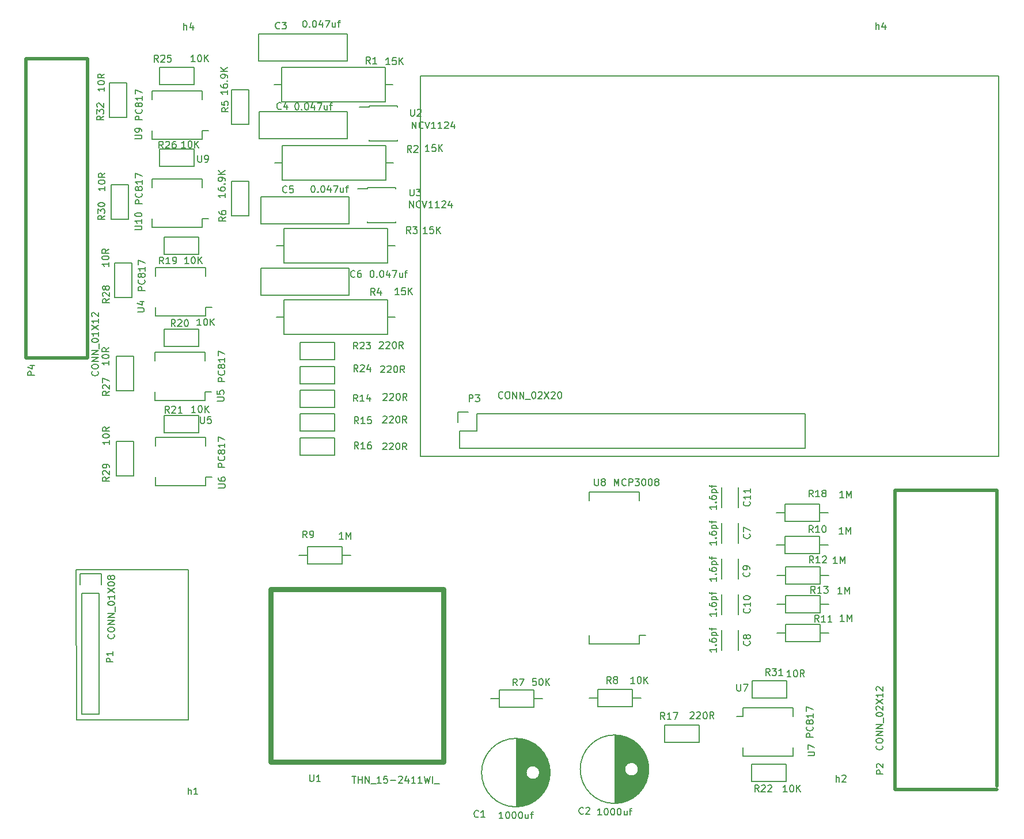
<source format=gbr>
G04 #@! TF.GenerationSoftware,KiCad,Pcbnew,5.1.0-060a0da~80~ubuntu16.04.1*
G04 #@! TF.CreationDate,2019-04-08T13:56:48+05:30*
G04 #@! TF.ProjectId,vcu-pi,7663752d-7069-42e6-9b69-6361645f7063,rev?*
G04 #@! TF.SameCoordinates,Original*
G04 #@! TF.FileFunction,Legend,Top*
G04 #@! TF.FilePolarity,Positive*
%FSLAX46Y46*%
G04 Gerber Fmt 4.6, Leading zero omitted, Abs format (unit mm)*
G04 Created by KiCad (PCBNEW 5.1.0-060a0da~80~ubuntu16.04.1) date 2019-04-08 13:56:48*
%MOMM*%
%LPD*%
G04 APERTURE LIST*
%ADD10C,0.150000*%
%ADD11C,0.200000*%
%ADD12C,0.800000*%
%ADD13C,0.500000*%
G04 APERTURE END LIST*
D10*
X177912380Y-139021904D02*
X178721904Y-139021904D01*
X178817142Y-138974285D01*
X178864761Y-138926666D01*
X178912380Y-138831428D01*
X178912380Y-138640952D01*
X178864761Y-138545714D01*
X178817142Y-138498095D01*
X178721904Y-138450476D01*
X177912380Y-138450476D01*
X177912380Y-138069523D02*
X177912380Y-137402857D01*
X178912380Y-137831428D01*
X79012380Y-48261904D02*
X79821904Y-48261904D01*
X79917142Y-48214285D01*
X79964761Y-48166666D01*
X80012380Y-48071428D01*
X80012380Y-47880952D01*
X79964761Y-47785714D01*
X79917142Y-47738095D01*
X79821904Y-47690476D01*
X79012380Y-47690476D01*
X80012380Y-47166666D02*
X80012380Y-46976190D01*
X79964761Y-46880952D01*
X79917142Y-46833333D01*
X79774285Y-46738095D01*
X79583809Y-46690476D01*
X79202857Y-46690476D01*
X79107619Y-46738095D01*
X79060000Y-46785714D01*
X79012380Y-46880952D01*
X79012380Y-47071428D01*
X79060000Y-47166666D01*
X79107619Y-47214285D01*
X79202857Y-47261904D01*
X79440952Y-47261904D01*
X79536190Y-47214285D01*
X79583809Y-47166666D01*
X79631428Y-47071428D01*
X79631428Y-46880952D01*
X79583809Y-46785714D01*
X79536190Y-46738095D01*
X79440952Y-46690476D01*
X91082380Y-86831904D02*
X91891904Y-86831904D01*
X91987142Y-86784285D01*
X92034761Y-86736666D01*
X92082380Y-86641428D01*
X92082380Y-86450952D01*
X92034761Y-86355714D01*
X91987142Y-86308095D01*
X91891904Y-86260476D01*
X91082380Y-86260476D01*
X91082380Y-85308095D02*
X91082380Y-85784285D01*
X91558571Y-85831904D01*
X91510952Y-85784285D01*
X91463333Y-85689047D01*
X91463333Y-85450952D01*
X91510952Y-85355714D01*
X91558571Y-85308095D01*
X91653809Y-85260476D01*
X91891904Y-85260476D01*
X91987142Y-85308095D01*
X92034761Y-85355714D01*
X92082380Y-85450952D01*
X92082380Y-85689047D01*
X92034761Y-85784285D01*
X91987142Y-85831904D01*
X86875000Y-111625000D02*
X86875000Y-111650000D01*
X86890000Y-133770000D02*
X86875000Y-111625000D01*
D11*
X70390000Y-133770000D02*
X86890000Y-133770000D01*
D10*
X70375000Y-111625000D02*
X70390000Y-133770000D01*
D11*
X86875000Y-111625000D02*
X70375000Y-111625000D01*
X121000000Y-95000000D02*
X121000000Y-39000000D01*
X206000000Y-95000000D02*
X121000000Y-95000000D01*
X206000000Y-39000000D02*
X206000000Y-95000000D01*
X121000000Y-39000000D02*
X206000000Y-39000000D01*
D12*
X99000000Y-139900000D02*
X99000000Y-114500000D01*
X124400000Y-139900000D02*
X99000000Y-139900000D01*
X124400000Y-114500000D02*
X124400000Y-139900000D01*
X99000000Y-114500000D02*
X124400000Y-114500000D01*
D13*
X63000000Y-80500000D02*
X72000000Y-80500000D01*
X63000000Y-36500000D02*
X63000000Y-80500000D01*
X72000000Y-36500000D02*
X63000000Y-36500000D01*
X72000000Y-80500000D02*
X72000000Y-36500000D01*
X190750000Y-144000000D02*
X205750000Y-144000000D01*
X190750000Y-100000000D02*
X190750000Y-144000000D01*
X205750000Y-100000000D02*
X190750000Y-100000000D01*
X205750000Y-143500000D02*
X205750000Y-100000000D01*
D10*
X135075000Y-136501000D02*
X135075000Y-146499000D01*
X135215000Y-136505000D02*
X135215000Y-146495000D01*
X135355000Y-136513000D02*
X135355000Y-146487000D01*
X135495000Y-136525000D02*
X135495000Y-146475000D01*
X135635000Y-136540000D02*
X135635000Y-146460000D01*
X135775000Y-136560000D02*
X135775000Y-146440000D01*
X135915000Y-136584000D02*
X135915000Y-146416000D01*
X136055000Y-136613000D02*
X136055000Y-146387000D01*
X136195000Y-136645000D02*
X136195000Y-146355000D01*
X136335000Y-136682000D02*
X136335000Y-146318000D01*
X136475000Y-136723000D02*
X136475000Y-146277000D01*
X136615000Y-136768000D02*
X136615000Y-141034000D01*
X136615000Y-141966000D02*
X136615000Y-146232000D01*
X136755000Y-136818000D02*
X136755000Y-140833000D01*
X136755000Y-142167000D02*
X136755000Y-146182000D01*
X136895000Y-136873000D02*
X136895000Y-140704000D01*
X136895000Y-142296000D02*
X136895000Y-146127000D01*
X137035000Y-136933000D02*
X137035000Y-140615000D01*
X137035000Y-142385000D02*
X137035000Y-146067000D01*
X137175000Y-136998000D02*
X137175000Y-140554000D01*
X137175000Y-142446000D02*
X137175000Y-146002000D01*
X137315000Y-137068000D02*
X137315000Y-140517000D01*
X137315000Y-142483000D02*
X137315000Y-145932000D01*
X137455000Y-137144000D02*
X137455000Y-140501000D01*
X137455000Y-142499000D02*
X137455000Y-145856000D01*
X137595000Y-137226000D02*
X137595000Y-140505000D01*
X137595000Y-142495000D02*
X137595000Y-145774000D01*
X137735000Y-137314000D02*
X137735000Y-140528000D01*
X137735000Y-142472000D02*
X137735000Y-145686000D01*
X137875000Y-137409000D02*
X137875000Y-140573000D01*
X137875000Y-142427000D02*
X137875000Y-145591000D01*
X138015000Y-137511000D02*
X138015000Y-140643000D01*
X138015000Y-142357000D02*
X138015000Y-145489000D01*
X138155000Y-137621000D02*
X138155000Y-140744000D01*
X138155000Y-142256000D02*
X138155000Y-145379000D01*
X138295000Y-137739000D02*
X138295000Y-140893000D01*
X138295000Y-142107000D02*
X138295000Y-145261000D01*
X138435000Y-137867000D02*
X138435000Y-141145000D01*
X138435000Y-141855000D02*
X138435000Y-145133000D01*
X138575000Y-138004000D02*
X138575000Y-144996000D01*
X138715000Y-138154000D02*
X138715000Y-144846000D01*
X138855000Y-138316000D02*
X138855000Y-144684000D01*
X138995000Y-138493000D02*
X138995000Y-144507000D01*
X139135000Y-138689000D02*
X139135000Y-144311000D01*
X139275000Y-138907000D02*
X139275000Y-144093000D01*
X139415000Y-139153000D02*
X139415000Y-143847000D01*
X139555000Y-139438000D02*
X139555000Y-143562000D01*
X139695000Y-139780000D02*
X139695000Y-143220000D01*
X139835000Y-140226000D02*
X139835000Y-142774000D01*
X139975000Y-141001000D02*
X139975000Y-141999000D01*
X138500000Y-141500000D02*
G75*
G03X138500000Y-141500000I-1000000J0D01*
G01*
X140037500Y-141500000D02*
G75*
G03X140037500Y-141500000I-5037500J0D01*
G01*
X149575000Y-136001000D02*
X149575000Y-145999000D01*
X149715000Y-136005000D02*
X149715000Y-145995000D01*
X149855000Y-136013000D02*
X149855000Y-145987000D01*
X149995000Y-136025000D02*
X149995000Y-145975000D01*
X150135000Y-136040000D02*
X150135000Y-145960000D01*
X150275000Y-136060000D02*
X150275000Y-145940000D01*
X150415000Y-136084000D02*
X150415000Y-145916000D01*
X150555000Y-136113000D02*
X150555000Y-145887000D01*
X150695000Y-136145000D02*
X150695000Y-145855000D01*
X150835000Y-136182000D02*
X150835000Y-145818000D01*
X150975000Y-136223000D02*
X150975000Y-145777000D01*
X151115000Y-136268000D02*
X151115000Y-140534000D01*
X151115000Y-141466000D02*
X151115000Y-145732000D01*
X151255000Y-136318000D02*
X151255000Y-140333000D01*
X151255000Y-141667000D02*
X151255000Y-145682000D01*
X151395000Y-136373000D02*
X151395000Y-140204000D01*
X151395000Y-141796000D02*
X151395000Y-145627000D01*
X151535000Y-136433000D02*
X151535000Y-140115000D01*
X151535000Y-141885000D02*
X151535000Y-145567000D01*
X151675000Y-136498000D02*
X151675000Y-140054000D01*
X151675000Y-141946000D02*
X151675000Y-145502000D01*
X151815000Y-136568000D02*
X151815000Y-140017000D01*
X151815000Y-141983000D02*
X151815000Y-145432000D01*
X151955000Y-136644000D02*
X151955000Y-140001000D01*
X151955000Y-141999000D02*
X151955000Y-145356000D01*
X152095000Y-136726000D02*
X152095000Y-140005000D01*
X152095000Y-141995000D02*
X152095000Y-145274000D01*
X152235000Y-136814000D02*
X152235000Y-140028000D01*
X152235000Y-141972000D02*
X152235000Y-145186000D01*
X152375000Y-136909000D02*
X152375000Y-140073000D01*
X152375000Y-141927000D02*
X152375000Y-145091000D01*
X152515000Y-137011000D02*
X152515000Y-140143000D01*
X152515000Y-141857000D02*
X152515000Y-144989000D01*
X152655000Y-137121000D02*
X152655000Y-140244000D01*
X152655000Y-141756000D02*
X152655000Y-144879000D01*
X152795000Y-137239000D02*
X152795000Y-140393000D01*
X152795000Y-141607000D02*
X152795000Y-144761000D01*
X152935000Y-137367000D02*
X152935000Y-140645000D01*
X152935000Y-141355000D02*
X152935000Y-144633000D01*
X153075000Y-137504000D02*
X153075000Y-144496000D01*
X153215000Y-137654000D02*
X153215000Y-144346000D01*
X153355000Y-137816000D02*
X153355000Y-144184000D01*
X153495000Y-137993000D02*
X153495000Y-144007000D01*
X153635000Y-138189000D02*
X153635000Y-143811000D01*
X153775000Y-138407000D02*
X153775000Y-143593000D01*
X153915000Y-138653000D02*
X153915000Y-143347000D01*
X154055000Y-138938000D02*
X154055000Y-143062000D01*
X154195000Y-139280000D02*
X154195000Y-142720000D01*
X154335000Y-139726000D02*
X154335000Y-142274000D01*
X154475000Y-140501000D02*
X154475000Y-141499000D01*
X153000000Y-141000000D02*
G75*
G03X153000000Y-141000000I-1000000J0D01*
G01*
X154537500Y-141000000D02*
G75*
G03X154537500Y-141000000I-5037500J0D01*
G01*
X97200000Y-32800000D02*
X110200000Y-32800000D01*
X110200000Y-32800000D02*
X110200000Y-36800000D01*
X110200000Y-36800000D02*
X97200000Y-36800000D01*
X97200000Y-36800000D02*
X97200000Y-32800000D01*
X110250000Y-48250000D02*
X97250000Y-48250000D01*
X97250000Y-48250000D02*
X97250000Y-44250000D01*
X97250000Y-44250000D02*
X110250000Y-44250000D01*
X110250000Y-44250000D02*
X110250000Y-48250000D01*
X97500000Y-56750000D02*
X110500000Y-56750000D01*
X110500000Y-56750000D02*
X110500000Y-60750000D01*
X110500000Y-60750000D02*
X97500000Y-60750000D01*
X97500000Y-60750000D02*
X97500000Y-56750000D01*
X110500000Y-71250000D02*
X97500000Y-71250000D01*
X97500000Y-71250000D02*
X97500000Y-67250000D01*
X97500000Y-67250000D02*
X110500000Y-67250000D01*
X110500000Y-67250000D02*
X110500000Y-71250000D01*
X167750000Y-104750000D02*
X167750000Y-107750000D01*
X165250000Y-107750000D02*
X165250000Y-104750000D01*
X167750000Y-120500000D02*
X167750000Y-123500000D01*
X165250000Y-123500000D02*
X165250000Y-120500000D01*
X165250000Y-113000000D02*
X165250000Y-110000000D01*
X167750000Y-110000000D02*
X167750000Y-113000000D01*
X167750000Y-115250000D02*
X167750000Y-118250000D01*
X165250000Y-118250000D02*
X165250000Y-115250000D01*
X167750000Y-99500000D02*
X167750000Y-102500000D01*
X165250000Y-102500000D02*
X165250000Y-99500000D01*
X71205000Y-115095000D02*
X71205000Y-132875000D01*
X71205000Y-132875000D02*
X73745000Y-132875000D01*
X73745000Y-132875000D02*
X73745000Y-115095000D01*
X70925000Y-112275000D02*
X70925000Y-113825000D01*
X71205000Y-115095000D02*
X73745000Y-115095000D01*
X74025000Y-113825000D02*
X74025000Y-112275000D01*
X74025000Y-112275000D02*
X70925000Y-112275000D01*
X177530000Y-93810000D02*
X126730000Y-93810000D01*
X129270000Y-88730000D02*
X177530000Y-88730000D01*
X177530000Y-93810000D02*
X177530000Y-88730000D01*
X126730000Y-93810000D02*
X126730000Y-91270000D01*
X128000000Y-88450000D02*
X126450000Y-88450000D01*
X126730000Y-91270000D02*
X129270000Y-91270000D01*
X129270000Y-91270000D02*
X129270000Y-88730000D01*
X126450000Y-88450000D02*
X126450000Y-90000000D01*
X100580000Y-37760000D02*
X100580000Y-42840000D01*
X100580000Y-42840000D02*
X115820000Y-42840000D01*
X115820000Y-42840000D02*
X115820000Y-40300000D01*
X115820000Y-40300000D02*
X115820000Y-37760000D01*
X115820000Y-37760000D02*
X100580000Y-37760000D01*
X116930000Y-40300000D02*
X115820000Y-40300000D01*
X99470000Y-40300000D02*
X100580000Y-40300000D01*
X100630000Y-49210000D02*
X100630000Y-54290000D01*
X100630000Y-54290000D02*
X115870000Y-54290000D01*
X115870000Y-54290000D02*
X115870000Y-51750000D01*
X115870000Y-51750000D02*
X115870000Y-49210000D01*
X115870000Y-49210000D02*
X100630000Y-49210000D01*
X116980000Y-51750000D02*
X115870000Y-51750000D01*
X99520000Y-51750000D02*
X100630000Y-51750000D01*
X100880000Y-61460000D02*
X100880000Y-66540000D01*
X100880000Y-66540000D02*
X116120000Y-66540000D01*
X116120000Y-66540000D02*
X116120000Y-64000000D01*
X116120000Y-64000000D02*
X116120000Y-61460000D01*
X116120000Y-61460000D02*
X100880000Y-61460000D01*
X117230000Y-64000000D02*
X116120000Y-64000000D01*
X99770000Y-64000000D02*
X100880000Y-64000000D01*
X100880000Y-71960000D02*
X100880000Y-77040000D01*
X100880000Y-77040000D02*
X116120000Y-77040000D01*
X116120000Y-77040000D02*
X116120000Y-74500000D01*
X116120000Y-74500000D02*
X116120000Y-71960000D01*
X116120000Y-71960000D02*
X100880000Y-71960000D01*
X117230000Y-74500000D02*
X116120000Y-74500000D01*
X99770000Y-74500000D02*
X100880000Y-74500000D01*
X95770000Y-41020000D02*
X95770000Y-46100000D01*
X95770000Y-46100000D02*
X93230000Y-46100000D01*
X93230000Y-46100000D02*
X93230000Y-41020000D01*
X93230000Y-41020000D02*
X95770000Y-41020000D01*
X95770000Y-54520000D02*
X95770000Y-59600000D01*
X95770000Y-59600000D02*
X93230000Y-59600000D01*
X93230000Y-59600000D02*
X93230000Y-54520000D01*
X93230000Y-54520000D02*
X95770000Y-54520000D01*
X137690000Y-131890000D02*
X132610000Y-131890000D01*
X132610000Y-131890000D02*
X132610000Y-129350000D01*
X132610000Y-129350000D02*
X137690000Y-129350000D01*
X137690000Y-129350000D02*
X137690000Y-131890000D01*
X137690000Y-130620000D02*
X138960000Y-130620000D01*
X132610000Y-130620000D02*
X131340000Y-130620000D01*
X152160000Y-131800000D02*
X147080000Y-131800000D01*
X147080000Y-131800000D02*
X147080000Y-129260000D01*
X147080000Y-129260000D02*
X152160000Y-129260000D01*
X152160000Y-129260000D02*
X152160000Y-131800000D01*
X152160000Y-130530000D02*
X153430000Y-130530000D01*
X147080000Y-130530000D02*
X145810000Y-130530000D01*
X104340000Y-108230000D02*
X109420000Y-108230000D01*
X109420000Y-108230000D02*
X109420000Y-110770000D01*
X109420000Y-110770000D02*
X104340000Y-110770000D01*
X104340000Y-110770000D02*
X104340000Y-108230000D01*
X104340000Y-109500000D02*
X103070000Y-109500000D01*
X109420000Y-109500000D02*
X110690000Y-109500000D01*
X174540000Y-106730000D02*
X179620000Y-106730000D01*
X179620000Y-106730000D02*
X179620000Y-109270000D01*
X179620000Y-109270000D02*
X174540000Y-109270000D01*
X174540000Y-109270000D02*
X174540000Y-106730000D01*
X174540000Y-108000000D02*
X173270000Y-108000000D01*
X179620000Y-108000000D02*
X180890000Y-108000000D01*
X179710000Y-122270000D02*
X174630000Y-122270000D01*
X174630000Y-122270000D02*
X174630000Y-119730000D01*
X174630000Y-119730000D02*
X179710000Y-119730000D01*
X179710000Y-119730000D02*
X179710000Y-122270000D01*
X179710000Y-121000000D02*
X180980000Y-121000000D01*
X174630000Y-121000000D02*
X173360000Y-121000000D01*
X179710000Y-113770000D02*
X174630000Y-113770000D01*
X174630000Y-113770000D02*
X174630000Y-111230000D01*
X174630000Y-111230000D02*
X179710000Y-111230000D01*
X179710000Y-111230000D02*
X179710000Y-113770000D01*
X179710000Y-112500000D02*
X180980000Y-112500000D01*
X174630000Y-112500000D02*
X173360000Y-112500000D01*
X179710000Y-118020000D02*
X174630000Y-118020000D01*
X174630000Y-118020000D02*
X174630000Y-115480000D01*
X174630000Y-115480000D02*
X179710000Y-115480000D01*
X179710000Y-115480000D02*
X179710000Y-118020000D01*
X179710000Y-116750000D02*
X180980000Y-116750000D01*
X174630000Y-116750000D02*
X173360000Y-116750000D01*
X103270000Y-85230000D02*
X108350000Y-85230000D01*
X108350000Y-85230000D02*
X108350000Y-87770000D01*
X108350000Y-87770000D02*
X103270000Y-87770000D01*
X103270000Y-87770000D02*
X103270000Y-85230000D01*
X103270000Y-88730000D02*
X108350000Y-88730000D01*
X108350000Y-88730000D02*
X108350000Y-91270000D01*
X108350000Y-91270000D02*
X103270000Y-91270000D01*
X103270000Y-91270000D02*
X103270000Y-88730000D01*
X103270000Y-92230000D02*
X108350000Y-92230000D01*
X108350000Y-92230000D02*
X108350000Y-94770000D01*
X108350000Y-94770000D02*
X103270000Y-94770000D01*
X103270000Y-94770000D02*
X103270000Y-92230000D01*
X161980000Y-137020000D02*
X156900000Y-137020000D01*
X156900000Y-137020000D02*
X156900000Y-134480000D01*
X156900000Y-134480000D02*
X161980000Y-134480000D01*
X161980000Y-134480000D02*
X161980000Y-137020000D01*
X174540000Y-101980000D02*
X179620000Y-101980000D01*
X179620000Y-101980000D02*
X179620000Y-104520000D01*
X179620000Y-104520000D02*
X174540000Y-104520000D01*
X174540000Y-104520000D02*
X174540000Y-101980000D01*
X174540000Y-103250000D02*
X173270000Y-103250000D01*
X179620000Y-103250000D02*
X180890000Y-103250000D01*
X83270000Y-62730000D02*
X88350000Y-62730000D01*
X88350000Y-62730000D02*
X88350000Y-65270000D01*
X88350000Y-65270000D02*
X83270000Y-65270000D01*
X83270000Y-65270000D02*
X83270000Y-62730000D01*
X83260000Y-76220000D02*
X88340000Y-76220000D01*
X88340000Y-76220000D02*
X88340000Y-78760000D01*
X88340000Y-78760000D02*
X83260000Y-78760000D01*
X83260000Y-78760000D02*
X83260000Y-76220000D01*
X83260000Y-88970000D02*
X88340000Y-88970000D01*
X88340000Y-88970000D02*
X88340000Y-91510000D01*
X88340000Y-91510000D02*
X83260000Y-91510000D01*
X83260000Y-91510000D02*
X83260000Y-88970000D01*
X174730000Y-142770000D02*
X169650000Y-142770000D01*
X169650000Y-142770000D02*
X169650000Y-140230000D01*
X169650000Y-140230000D02*
X174730000Y-140230000D01*
X174730000Y-140230000D02*
X174730000Y-142770000D01*
X103270000Y-78230000D02*
X108350000Y-78230000D01*
X108350000Y-78230000D02*
X108350000Y-80770000D01*
X108350000Y-80770000D02*
X103270000Y-80770000D01*
X103270000Y-80770000D02*
X103270000Y-78230000D01*
X103270000Y-81730000D02*
X108350000Y-81730000D01*
X108350000Y-81730000D02*
X108350000Y-84270000D01*
X108350000Y-84270000D02*
X103270000Y-84270000D01*
X103270000Y-84270000D02*
X103270000Y-81730000D01*
X87730000Y-40270000D02*
X82650000Y-40270000D01*
X82650000Y-40270000D02*
X82650000Y-37730000D01*
X82650000Y-37730000D02*
X87730000Y-37730000D01*
X87730000Y-37730000D02*
X87730000Y-40270000D01*
X87730000Y-52270000D02*
X82650000Y-52270000D01*
X82650000Y-52270000D02*
X82650000Y-49730000D01*
X82650000Y-49730000D02*
X87730000Y-49730000D01*
X87730000Y-49730000D02*
X87730000Y-52270000D01*
X78770000Y-80270000D02*
X78770000Y-85350000D01*
X78770000Y-85350000D02*
X76230000Y-85350000D01*
X76230000Y-85350000D02*
X76230000Y-80270000D01*
X76230000Y-80270000D02*
X78770000Y-80270000D01*
X78520000Y-66520000D02*
X78520000Y-71600000D01*
X78520000Y-71600000D02*
X75980000Y-71600000D01*
X75980000Y-71600000D02*
X75980000Y-66520000D01*
X75980000Y-66520000D02*
X78520000Y-66520000D01*
X78770000Y-92770000D02*
X78770000Y-97850000D01*
X78770000Y-97850000D02*
X76230000Y-97850000D01*
X76230000Y-97850000D02*
X76230000Y-92770000D01*
X76230000Y-92770000D02*
X78770000Y-92770000D01*
X78020000Y-55020000D02*
X78020000Y-60100000D01*
X78020000Y-60100000D02*
X75480000Y-60100000D01*
X75480000Y-60100000D02*
X75480000Y-55020000D01*
X75480000Y-55020000D02*
X78020000Y-55020000D01*
X169770000Y-127980000D02*
X174850000Y-127980000D01*
X174850000Y-127980000D02*
X174850000Y-130520000D01*
X174850000Y-130520000D02*
X169770000Y-130520000D01*
X169770000Y-130520000D02*
X169770000Y-127980000D01*
X77770000Y-40020000D02*
X77770000Y-45100000D01*
X77770000Y-45100000D02*
X75230000Y-45100000D01*
X75230000Y-45100000D02*
X75230000Y-40020000D01*
X75230000Y-40020000D02*
X77770000Y-40020000D01*
X113425000Y-43425000D02*
X113425000Y-43570000D01*
X117575000Y-43425000D02*
X117575000Y-43570000D01*
X117575000Y-48575000D02*
X117575000Y-48430000D01*
X113425000Y-48575000D02*
X113425000Y-48430000D01*
X113425000Y-43425000D02*
X117575000Y-43425000D01*
X113425000Y-48575000D02*
X117575000Y-48575000D01*
X113425000Y-43570000D02*
X112025000Y-43570000D01*
X113175000Y-55425000D02*
X113175000Y-55570000D01*
X117325000Y-55425000D02*
X117325000Y-55570000D01*
X117325000Y-60575000D02*
X117325000Y-60430000D01*
X113175000Y-60575000D02*
X113175000Y-60430000D01*
X113175000Y-55425000D02*
X117325000Y-55425000D01*
X113175000Y-60575000D02*
X117325000Y-60575000D01*
X113175000Y-55570000D02*
X111775000Y-55570000D01*
X89365000Y-74295000D02*
X89365000Y-73025000D01*
X82015000Y-74295000D02*
X82015000Y-73025000D01*
X82015000Y-67165000D02*
X82015000Y-68435000D01*
X89365000Y-67165000D02*
X89365000Y-68435000D01*
X89365000Y-74295000D02*
X82015000Y-74295000D01*
X89365000Y-67165000D02*
X82015000Y-67165000D01*
X89365000Y-73025000D02*
X90300000Y-73025000D01*
X89275000Y-86745000D02*
X89275000Y-85475000D01*
X81925000Y-86745000D02*
X81925000Y-85475000D01*
X81925000Y-79615000D02*
X81925000Y-80885000D01*
X89275000Y-79615000D02*
X89275000Y-80885000D01*
X89275000Y-86745000D02*
X81925000Y-86745000D01*
X89275000Y-79615000D02*
X81925000Y-79615000D01*
X89275000Y-85475000D02*
X90210000Y-85475000D01*
X89365000Y-99295000D02*
X89365000Y-98025000D01*
X82015000Y-99295000D02*
X82015000Y-98025000D01*
X82015000Y-92165000D02*
X82015000Y-93435000D01*
X89365000Y-92165000D02*
X89365000Y-93435000D01*
X89365000Y-99295000D02*
X82015000Y-99295000D01*
X89365000Y-92165000D02*
X82015000Y-92165000D01*
X89365000Y-98025000D02*
X90300000Y-98025000D01*
X168385000Y-131955000D02*
X168385000Y-133225000D01*
X175735000Y-131955000D02*
X175735000Y-133225000D01*
X175735000Y-139085000D02*
X175735000Y-137815000D01*
X168385000Y-139085000D02*
X168385000Y-137815000D01*
X168385000Y-131955000D02*
X175735000Y-131955000D01*
X168385000Y-139085000D02*
X175735000Y-139085000D01*
X168385000Y-133225000D02*
X167450000Y-133225000D01*
X153115000Y-122545000D02*
X153115000Y-121275000D01*
X145765000Y-122545000D02*
X145765000Y-121275000D01*
X145765000Y-100175000D02*
X145765000Y-101445000D01*
X153115000Y-100175000D02*
X153115000Y-101445000D01*
X153115000Y-122545000D02*
X145765000Y-122545000D01*
X153115000Y-100175000D02*
X145765000Y-100175000D01*
X153115000Y-121275000D02*
X154050000Y-121275000D01*
X88865000Y-48295000D02*
X88865000Y-47025000D01*
X81515000Y-48295000D02*
X81515000Y-47025000D01*
X81515000Y-41165000D02*
X81515000Y-42435000D01*
X88865000Y-41165000D02*
X88865000Y-42435000D01*
X88865000Y-48295000D02*
X81515000Y-48295000D01*
X88865000Y-41165000D02*
X81515000Y-41165000D01*
X88865000Y-47025000D02*
X89800000Y-47025000D01*
X88865000Y-61295000D02*
X88865000Y-60025000D01*
X81515000Y-61295000D02*
X81515000Y-60025000D01*
X81515000Y-54165000D02*
X81515000Y-55435000D01*
X88865000Y-54165000D02*
X88865000Y-55435000D01*
X88865000Y-61295000D02*
X81515000Y-61295000D01*
X88865000Y-54165000D02*
X81515000Y-54165000D01*
X88865000Y-60025000D02*
X89800000Y-60025000D01*
X104708095Y-141802380D02*
X104708095Y-142611904D01*
X104755714Y-142707142D01*
X104803333Y-142754761D01*
X104898571Y-142802380D01*
X105089047Y-142802380D01*
X105184285Y-142754761D01*
X105231904Y-142707142D01*
X105279523Y-142611904D01*
X105279523Y-141802380D01*
X106279523Y-142802380D02*
X105708095Y-142802380D01*
X105993809Y-142802380D02*
X105993809Y-141802380D01*
X105898571Y-141945238D01*
X105803333Y-142040476D01*
X105708095Y-142088095D01*
X110909047Y-142032380D02*
X111480476Y-142032380D01*
X111194761Y-143032380D02*
X111194761Y-142032380D01*
X111813809Y-143032380D02*
X111813809Y-142032380D01*
X111813809Y-142508571D02*
X112385238Y-142508571D01*
X112385238Y-143032380D02*
X112385238Y-142032380D01*
X112861428Y-143032380D02*
X112861428Y-142032380D01*
X113432857Y-143032380D01*
X113432857Y-142032380D01*
X113670952Y-143127619D02*
X114432857Y-143127619D01*
X115194761Y-143032380D02*
X114623333Y-143032380D01*
X114909047Y-143032380D02*
X114909047Y-142032380D01*
X114813809Y-142175238D01*
X114718571Y-142270476D01*
X114623333Y-142318095D01*
X116099523Y-142032380D02*
X115623333Y-142032380D01*
X115575714Y-142508571D01*
X115623333Y-142460952D01*
X115718571Y-142413333D01*
X115956666Y-142413333D01*
X116051904Y-142460952D01*
X116099523Y-142508571D01*
X116147142Y-142603809D01*
X116147142Y-142841904D01*
X116099523Y-142937142D01*
X116051904Y-142984761D01*
X115956666Y-143032380D01*
X115718571Y-143032380D01*
X115623333Y-142984761D01*
X115575714Y-142937142D01*
X116575714Y-142651428D02*
X117337619Y-142651428D01*
X117766190Y-142127619D02*
X117813809Y-142080000D01*
X117909047Y-142032380D01*
X118147142Y-142032380D01*
X118242380Y-142080000D01*
X118290000Y-142127619D01*
X118337619Y-142222857D01*
X118337619Y-142318095D01*
X118290000Y-142460952D01*
X117718571Y-143032380D01*
X118337619Y-143032380D01*
X119194761Y-142365714D02*
X119194761Y-143032380D01*
X118956666Y-141984761D02*
X118718571Y-142699047D01*
X119337619Y-142699047D01*
X120242380Y-143032380D02*
X119670952Y-143032380D01*
X119956666Y-143032380D02*
X119956666Y-142032380D01*
X119861428Y-142175238D01*
X119766190Y-142270476D01*
X119670952Y-142318095D01*
X121194761Y-143032380D02*
X120623333Y-143032380D01*
X120909047Y-143032380D02*
X120909047Y-142032380D01*
X120813809Y-142175238D01*
X120718571Y-142270476D01*
X120623333Y-142318095D01*
X121528095Y-142032380D02*
X121766190Y-143032380D01*
X121956666Y-142318095D01*
X122147142Y-143032380D01*
X122385238Y-142032380D01*
X122766190Y-143032380D02*
X122766190Y-142032380D01*
X123004285Y-143127619D02*
X123766190Y-143127619D01*
X64252380Y-83038095D02*
X63252380Y-83038095D01*
X63252380Y-82657142D01*
X63300000Y-82561904D01*
X63347619Y-82514285D01*
X63442857Y-82466666D01*
X63585714Y-82466666D01*
X63680952Y-82514285D01*
X63728571Y-82561904D01*
X63776190Y-82657142D01*
X63776190Y-83038095D01*
X63585714Y-81609523D02*
X64252380Y-81609523D01*
X63204761Y-81847619D02*
X63919047Y-82085714D01*
X63919047Y-81466666D01*
X73532142Y-82473809D02*
X73579761Y-82521428D01*
X73627380Y-82664285D01*
X73627380Y-82759523D01*
X73579761Y-82902380D01*
X73484523Y-82997619D01*
X73389285Y-83045238D01*
X73198809Y-83092857D01*
X73055952Y-83092857D01*
X72865476Y-83045238D01*
X72770238Y-82997619D01*
X72675000Y-82902380D01*
X72627380Y-82759523D01*
X72627380Y-82664285D01*
X72675000Y-82521428D01*
X72722619Y-82473809D01*
X72627380Y-81854761D02*
X72627380Y-81664285D01*
X72675000Y-81569047D01*
X72770238Y-81473809D01*
X72960714Y-81426190D01*
X73294047Y-81426190D01*
X73484523Y-81473809D01*
X73579761Y-81569047D01*
X73627380Y-81664285D01*
X73627380Y-81854761D01*
X73579761Y-81950000D01*
X73484523Y-82045238D01*
X73294047Y-82092857D01*
X72960714Y-82092857D01*
X72770238Y-82045238D01*
X72675000Y-81950000D01*
X72627380Y-81854761D01*
X73627380Y-80997619D02*
X72627380Y-80997619D01*
X73627380Y-80426190D01*
X72627380Y-80426190D01*
X73627380Y-79950000D02*
X72627380Y-79950000D01*
X73627380Y-79378571D01*
X72627380Y-79378571D01*
X73722619Y-79140476D02*
X73722619Y-78378571D01*
X72627380Y-77950000D02*
X72627380Y-77854761D01*
X72675000Y-77759523D01*
X72722619Y-77711904D01*
X72817857Y-77664285D01*
X73008333Y-77616666D01*
X73246428Y-77616666D01*
X73436904Y-77664285D01*
X73532142Y-77711904D01*
X73579761Y-77759523D01*
X73627380Y-77854761D01*
X73627380Y-77950000D01*
X73579761Y-78045238D01*
X73532142Y-78092857D01*
X73436904Y-78140476D01*
X73246428Y-78188095D01*
X73008333Y-78188095D01*
X72817857Y-78140476D01*
X72722619Y-78092857D01*
X72675000Y-78045238D01*
X72627380Y-77950000D01*
X73627380Y-76664285D02*
X73627380Y-77235714D01*
X73627380Y-76950000D02*
X72627380Y-76950000D01*
X72770238Y-77045238D01*
X72865476Y-77140476D01*
X72913095Y-77235714D01*
X72627380Y-76330952D02*
X73627380Y-75664285D01*
X72627380Y-75664285D02*
X73627380Y-76330952D01*
X73627380Y-74759523D02*
X73627380Y-75330952D01*
X73627380Y-75045238D02*
X72627380Y-75045238D01*
X72770238Y-75140476D01*
X72865476Y-75235714D01*
X72913095Y-75330952D01*
X72722619Y-74378571D02*
X72675000Y-74330952D01*
X72627380Y-74235714D01*
X72627380Y-73997619D01*
X72675000Y-73902380D01*
X72722619Y-73854761D01*
X72817857Y-73807142D01*
X72913095Y-73807142D01*
X73055952Y-73854761D01*
X73627380Y-74426190D01*
X73627380Y-73807142D01*
X188992380Y-141708095D02*
X187992380Y-141708095D01*
X187992380Y-141327142D01*
X188040000Y-141231904D01*
X188087619Y-141184285D01*
X188182857Y-141136666D01*
X188325714Y-141136666D01*
X188420952Y-141184285D01*
X188468571Y-141231904D01*
X188516190Y-141327142D01*
X188516190Y-141708095D01*
X188087619Y-140755714D02*
X188040000Y-140708095D01*
X187992380Y-140612857D01*
X187992380Y-140374761D01*
X188040000Y-140279523D01*
X188087619Y-140231904D01*
X188182857Y-140184285D01*
X188278095Y-140184285D01*
X188420952Y-140231904D01*
X188992380Y-140803333D01*
X188992380Y-140184285D01*
X188857142Y-137523809D02*
X188904761Y-137571428D01*
X188952380Y-137714285D01*
X188952380Y-137809523D01*
X188904761Y-137952380D01*
X188809523Y-138047619D01*
X188714285Y-138095238D01*
X188523809Y-138142857D01*
X188380952Y-138142857D01*
X188190476Y-138095238D01*
X188095238Y-138047619D01*
X188000000Y-137952380D01*
X187952380Y-137809523D01*
X187952380Y-137714285D01*
X188000000Y-137571428D01*
X188047619Y-137523809D01*
X187952380Y-136904761D02*
X187952380Y-136714285D01*
X188000000Y-136619047D01*
X188095238Y-136523809D01*
X188285714Y-136476190D01*
X188619047Y-136476190D01*
X188809523Y-136523809D01*
X188904761Y-136619047D01*
X188952380Y-136714285D01*
X188952380Y-136904761D01*
X188904761Y-137000000D01*
X188809523Y-137095238D01*
X188619047Y-137142857D01*
X188285714Y-137142857D01*
X188095238Y-137095238D01*
X188000000Y-137000000D01*
X187952380Y-136904761D01*
X188952380Y-136047619D02*
X187952380Y-136047619D01*
X188952380Y-135476190D01*
X187952380Y-135476190D01*
X188952380Y-135000000D02*
X187952380Y-135000000D01*
X188952380Y-134428571D01*
X187952380Y-134428571D01*
X189047619Y-134190476D02*
X189047619Y-133428571D01*
X187952380Y-133000000D02*
X187952380Y-132904761D01*
X188000000Y-132809523D01*
X188047619Y-132761904D01*
X188142857Y-132714285D01*
X188333333Y-132666666D01*
X188571428Y-132666666D01*
X188761904Y-132714285D01*
X188857142Y-132761904D01*
X188904761Y-132809523D01*
X188952380Y-132904761D01*
X188952380Y-133000000D01*
X188904761Y-133095238D01*
X188857142Y-133142857D01*
X188761904Y-133190476D01*
X188571428Y-133238095D01*
X188333333Y-133238095D01*
X188142857Y-133190476D01*
X188047619Y-133142857D01*
X188000000Y-133095238D01*
X187952380Y-133000000D01*
X188047619Y-132285714D02*
X188000000Y-132238095D01*
X187952380Y-132142857D01*
X187952380Y-131904761D01*
X188000000Y-131809523D01*
X188047619Y-131761904D01*
X188142857Y-131714285D01*
X188238095Y-131714285D01*
X188380952Y-131761904D01*
X188952380Y-132333333D01*
X188952380Y-131714285D01*
X187952380Y-131380952D02*
X188952380Y-130714285D01*
X187952380Y-130714285D02*
X188952380Y-131380952D01*
X188952380Y-129809523D02*
X188952380Y-130380952D01*
X188952380Y-130095238D02*
X187952380Y-130095238D01*
X188095238Y-130190476D01*
X188190476Y-130285714D01*
X188238095Y-130380952D01*
X188047619Y-129428571D02*
X188000000Y-129380952D01*
X187952380Y-129285714D01*
X187952380Y-129047619D01*
X188000000Y-128952380D01*
X188047619Y-128904761D01*
X188142857Y-128857142D01*
X188238095Y-128857142D01*
X188380952Y-128904761D01*
X188952380Y-129476190D01*
X188952380Y-128857142D01*
X187959523Y-32162380D02*
X187959523Y-31162380D01*
X188388095Y-32162380D02*
X188388095Y-31638571D01*
X188340476Y-31543333D01*
X188245238Y-31495714D01*
X188102380Y-31495714D01*
X188007142Y-31543333D01*
X187959523Y-31590952D01*
X189292857Y-31495714D02*
X189292857Y-32162380D01*
X189054761Y-31114761D02*
X188816666Y-31829047D01*
X189435714Y-31829047D01*
X86809523Y-144702380D02*
X86809523Y-143702380D01*
X87238095Y-144702380D02*
X87238095Y-144178571D01*
X87190476Y-144083333D01*
X87095238Y-144035714D01*
X86952380Y-144035714D01*
X86857142Y-144083333D01*
X86809523Y-144130952D01*
X88238095Y-144702380D02*
X87666666Y-144702380D01*
X87952380Y-144702380D02*
X87952380Y-143702380D01*
X87857142Y-143845238D01*
X87761904Y-143940476D01*
X87666666Y-143988095D01*
X86209523Y-32202380D02*
X86209523Y-31202380D01*
X86638095Y-32202380D02*
X86638095Y-31678571D01*
X86590476Y-31583333D01*
X86495238Y-31535714D01*
X86352380Y-31535714D01*
X86257142Y-31583333D01*
X86209523Y-31630952D01*
X87542857Y-31535714D02*
X87542857Y-32202380D01*
X87304761Y-31154761D02*
X87066666Y-31869047D01*
X87685714Y-31869047D01*
X182109523Y-142852380D02*
X182109523Y-141852380D01*
X182538095Y-142852380D02*
X182538095Y-142328571D01*
X182490476Y-142233333D01*
X182395238Y-142185714D01*
X182252380Y-142185714D01*
X182157142Y-142233333D01*
X182109523Y-142280952D01*
X182966666Y-141947619D02*
X183014285Y-141900000D01*
X183109523Y-141852380D01*
X183347619Y-141852380D01*
X183442857Y-141900000D01*
X183490476Y-141947619D01*
X183538095Y-142042857D01*
X183538095Y-142138095D01*
X183490476Y-142280952D01*
X182919047Y-142852380D01*
X183538095Y-142852380D01*
X129493333Y-147977142D02*
X129445714Y-148024761D01*
X129302857Y-148072380D01*
X129207619Y-148072380D01*
X129064761Y-148024761D01*
X128969523Y-147929523D01*
X128921904Y-147834285D01*
X128874285Y-147643809D01*
X128874285Y-147500952D01*
X128921904Y-147310476D01*
X128969523Y-147215238D01*
X129064761Y-147120000D01*
X129207619Y-147072380D01*
X129302857Y-147072380D01*
X129445714Y-147120000D01*
X129493333Y-147167619D01*
X130445714Y-148072380D02*
X129874285Y-148072380D01*
X130160000Y-148072380D02*
X130160000Y-147072380D01*
X130064761Y-147215238D01*
X129969523Y-147310476D01*
X129874285Y-147358095D01*
X133119047Y-148252380D02*
X132547619Y-148252380D01*
X132833333Y-148252380D02*
X132833333Y-147252380D01*
X132738095Y-147395238D01*
X132642857Y-147490476D01*
X132547619Y-147538095D01*
X133738095Y-147252380D02*
X133833333Y-147252380D01*
X133928571Y-147300000D01*
X133976190Y-147347619D01*
X134023809Y-147442857D01*
X134071428Y-147633333D01*
X134071428Y-147871428D01*
X134023809Y-148061904D01*
X133976190Y-148157142D01*
X133928571Y-148204761D01*
X133833333Y-148252380D01*
X133738095Y-148252380D01*
X133642857Y-148204761D01*
X133595238Y-148157142D01*
X133547619Y-148061904D01*
X133500000Y-147871428D01*
X133500000Y-147633333D01*
X133547619Y-147442857D01*
X133595238Y-147347619D01*
X133642857Y-147300000D01*
X133738095Y-147252380D01*
X134690476Y-147252380D02*
X134785714Y-147252380D01*
X134880952Y-147300000D01*
X134928571Y-147347619D01*
X134976190Y-147442857D01*
X135023809Y-147633333D01*
X135023809Y-147871428D01*
X134976190Y-148061904D01*
X134928571Y-148157142D01*
X134880952Y-148204761D01*
X134785714Y-148252380D01*
X134690476Y-148252380D01*
X134595238Y-148204761D01*
X134547619Y-148157142D01*
X134500000Y-148061904D01*
X134452380Y-147871428D01*
X134452380Y-147633333D01*
X134500000Y-147442857D01*
X134547619Y-147347619D01*
X134595238Y-147300000D01*
X134690476Y-147252380D01*
X135642857Y-147252380D02*
X135738095Y-147252380D01*
X135833333Y-147300000D01*
X135880952Y-147347619D01*
X135928571Y-147442857D01*
X135976190Y-147633333D01*
X135976190Y-147871428D01*
X135928571Y-148061904D01*
X135880952Y-148157142D01*
X135833333Y-148204761D01*
X135738095Y-148252380D01*
X135642857Y-148252380D01*
X135547619Y-148204761D01*
X135500000Y-148157142D01*
X135452380Y-148061904D01*
X135404761Y-147871428D01*
X135404761Y-147633333D01*
X135452380Y-147442857D01*
X135500000Y-147347619D01*
X135547619Y-147300000D01*
X135642857Y-147252380D01*
X136833333Y-147585714D02*
X136833333Y-148252380D01*
X136404761Y-147585714D02*
X136404761Y-148109523D01*
X136452380Y-148204761D01*
X136547619Y-148252380D01*
X136690476Y-148252380D01*
X136785714Y-148204761D01*
X136833333Y-148157142D01*
X137166666Y-147585714D02*
X137547619Y-147585714D01*
X137309523Y-148252380D02*
X137309523Y-147395238D01*
X137357142Y-147300000D01*
X137452380Y-147252380D01*
X137547619Y-147252380D01*
X144913333Y-147527142D02*
X144865714Y-147574761D01*
X144722857Y-147622380D01*
X144627619Y-147622380D01*
X144484761Y-147574761D01*
X144389523Y-147479523D01*
X144341904Y-147384285D01*
X144294285Y-147193809D01*
X144294285Y-147050952D01*
X144341904Y-146860476D01*
X144389523Y-146765238D01*
X144484761Y-146670000D01*
X144627619Y-146622380D01*
X144722857Y-146622380D01*
X144865714Y-146670000D01*
X144913333Y-146717619D01*
X145294285Y-146717619D02*
X145341904Y-146670000D01*
X145437142Y-146622380D01*
X145675238Y-146622380D01*
X145770476Y-146670000D01*
X145818095Y-146717619D01*
X145865714Y-146812857D01*
X145865714Y-146908095D01*
X145818095Y-147050952D01*
X145246666Y-147622380D01*
X145865714Y-147622380D01*
X147619047Y-147752380D02*
X147047619Y-147752380D01*
X147333333Y-147752380D02*
X147333333Y-146752380D01*
X147238095Y-146895238D01*
X147142857Y-146990476D01*
X147047619Y-147038095D01*
X148238095Y-146752380D02*
X148333333Y-146752380D01*
X148428571Y-146800000D01*
X148476190Y-146847619D01*
X148523809Y-146942857D01*
X148571428Y-147133333D01*
X148571428Y-147371428D01*
X148523809Y-147561904D01*
X148476190Y-147657142D01*
X148428571Y-147704761D01*
X148333333Y-147752380D01*
X148238095Y-147752380D01*
X148142857Y-147704761D01*
X148095238Y-147657142D01*
X148047619Y-147561904D01*
X148000000Y-147371428D01*
X148000000Y-147133333D01*
X148047619Y-146942857D01*
X148095238Y-146847619D01*
X148142857Y-146800000D01*
X148238095Y-146752380D01*
X149190476Y-146752380D02*
X149285714Y-146752380D01*
X149380952Y-146800000D01*
X149428571Y-146847619D01*
X149476190Y-146942857D01*
X149523809Y-147133333D01*
X149523809Y-147371428D01*
X149476190Y-147561904D01*
X149428571Y-147657142D01*
X149380952Y-147704761D01*
X149285714Y-147752380D01*
X149190476Y-147752380D01*
X149095238Y-147704761D01*
X149047619Y-147657142D01*
X149000000Y-147561904D01*
X148952380Y-147371428D01*
X148952380Y-147133333D01*
X149000000Y-146942857D01*
X149047619Y-146847619D01*
X149095238Y-146800000D01*
X149190476Y-146752380D01*
X150142857Y-146752380D02*
X150238095Y-146752380D01*
X150333333Y-146800000D01*
X150380952Y-146847619D01*
X150428571Y-146942857D01*
X150476190Y-147133333D01*
X150476190Y-147371428D01*
X150428571Y-147561904D01*
X150380952Y-147657142D01*
X150333333Y-147704761D01*
X150238095Y-147752380D01*
X150142857Y-147752380D01*
X150047619Y-147704761D01*
X150000000Y-147657142D01*
X149952380Y-147561904D01*
X149904761Y-147371428D01*
X149904761Y-147133333D01*
X149952380Y-146942857D01*
X150000000Y-146847619D01*
X150047619Y-146800000D01*
X150142857Y-146752380D01*
X151333333Y-147085714D02*
X151333333Y-147752380D01*
X150904761Y-147085714D02*
X150904761Y-147609523D01*
X150952380Y-147704761D01*
X151047619Y-147752380D01*
X151190476Y-147752380D01*
X151285714Y-147704761D01*
X151333333Y-147657142D01*
X151666666Y-147085714D02*
X152047619Y-147085714D01*
X151809523Y-147752380D02*
X151809523Y-146895238D01*
X151857142Y-146800000D01*
X151952380Y-146752380D01*
X152047619Y-146752380D01*
X100293333Y-31997142D02*
X100245714Y-32044761D01*
X100102857Y-32092380D01*
X100007619Y-32092380D01*
X99864761Y-32044761D01*
X99769523Y-31949523D01*
X99721904Y-31854285D01*
X99674285Y-31663809D01*
X99674285Y-31520952D01*
X99721904Y-31330476D01*
X99769523Y-31235238D01*
X99864761Y-31140000D01*
X100007619Y-31092380D01*
X100102857Y-31092380D01*
X100245714Y-31140000D01*
X100293333Y-31187619D01*
X100626666Y-31092380D02*
X101245714Y-31092380D01*
X100912380Y-31473333D01*
X101055238Y-31473333D01*
X101150476Y-31520952D01*
X101198095Y-31568571D01*
X101245714Y-31663809D01*
X101245714Y-31901904D01*
X101198095Y-31997142D01*
X101150476Y-32044761D01*
X101055238Y-32092380D01*
X100769523Y-32092380D01*
X100674285Y-32044761D01*
X100626666Y-31997142D01*
X103927619Y-30832380D02*
X104022857Y-30832380D01*
X104118095Y-30880000D01*
X104165714Y-30927619D01*
X104213333Y-31022857D01*
X104260952Y-31213333D01*
X104260952Y-31451428D01*
X104213333Y-31641904D01*
X104165714Y-31737142D01*
X104118095Y-31784761D01*
X104022857Y-31832380D01*
X103927619Y-31832380D01*
X103832380Y-31784761D01*
X103784761Y-31737142D01*
X103737142Y-31641904D01*
X103689523Y-31451428D01*
X103689523Y-31213333D01*
X103737142Y-31022857D01*
X103784761Y-30927619D01*
X103832380Y-30880000D01*
X103927619Y-30832380D01*
X104689523Y-31737142D02*
X104737142Y-31784761D01*
X104689523Y-31832380D01*
X104641904Y-31784761D01*
X104689523Y-31737142D01*
X104689523Y-31832380D01*
X105356190Y-30832380D02*
X105451428Y-30832380D01*
X105546666Y-30880000D01*
X105594285Y-30927619D01*
X105641904Y-31022857D01*
X105689523Y-31213333D01*
X105689523Y-31451428D01*
X105641904Y-31641904D01*
X105594285Y-31737142D01*
X105546666Y-31784761D01*
X105451428Y-31832380D01*
X105356190Y-31832380D01*
X105260952Y-31784761D01*
X105213333Y-31737142D01*
X105165714Y-31641904D01*
X105118095Y-31451428D01*
X105118095Y-31213333D01*
X105165714Y-31022857D01*
X105213333Y-30927619D01*
X105260952Y-30880000D01*
X105356190Y-30832380D01*
X106546666Y-31165714D02*
X106546666Y-31832380D01*
X106308571Y-30784761D02*
X106070476Y-31499047D01*
X106689523Y-31499047D01*
X106975238Y-30832380D02*
X107641904Y-30832380D01*
X107213333Y-31832380D01*
X108451428Y-31165714D02*
X108451428Y-31832380D01*
X108022857Y-31165714D02*
X108022857Y-31689523D01*
X108070476Y-31784761D01*
X108165714Y-31832380D01*
X108308571Y-31832380D01*
X108403809Y-31784761D01*
X108451428Y-31737142D01*
X108784761Y-31165714D02*
X109165714Y-31165714D01*
X108927619Y-31832380D02*
X108927619Y-30975238D01*
X108975238Y-30880000D01*
X109070476Y-30832380D01*
X109165714Y-30832380D01*
X100503333Y-43827142D02*
X100455714Y-43874761D01*
X100312857Y-43922380D01*
X100217619Y-43922380D01*
X100074761Y-43874761D01*
X99979523Y-43779523D01*
X99931904Y-43684285D01*
X99884285Y-43493809D01*
X99884285Y-43350952D01*
X99931904Y-43160476D01*
X99979523Y-43065238D01*
X100074761Y-42970000D01*
X100217619Y-42922380D01*
X100312857Y-42922380D01*
X100455714Y-42970000D01*
X100503333Y-43017619D01*
X101360476Y-43255714D02*
X101360476Y-43922380D01*
X101122380Y-42874761D02*
X100884285Y-43589047D01*
X101503333Y-43589047D01*
X102757619Y-42972380D02*
X102852857Y-42972380D01*
X102948095Y-43020000D01*
X102995714Y-43067619D01*
X103043333Y-43162857D01*
X103090952Y-43353333D01*
X103090952Y-43591428D01*
X103043333Y-43781904D01*
X102995714Y-43877142D01*
X102948095Y-43924761D01*
X102852857Y-43972380D01*
X102757619Y-43972380D01*
X102662380Y-43924761D01*
X102614761Y-43877142D01*
X102567142Y-43781904D01*
X102519523Y-43591428D01*
X102519523Y-43353333D01*
X102567142Y-43162857D01*
X102614761Y-43067619D01*
X102662380Y-43020000D01*
X102757619Y-42972380D01*
X103519523Y-43877142D02*
X103567142Y-43924761D01*
X103519523Y-43972380D01*
X103471904Y-43924761D01*
X103519523Y-43877142D01*
X103519523Y-43972380D01*
X104186190Y-42972380D02*
X104281428Y-42972380D01*
X104376666Y-43020000D01*
X104424285Y-43067619D01*
X104471904Y-43162857D01*
X104519523Y-43353333D01*
X104519523Y-43591428D01*
X104471904Y-43781904D01*
X104424285Y-43877142D01*
X104376666Y-43924761D01*
X104281428Y-43972380D01*
X104186190Y-43972380D01*
X104090952Y-43924761D01*
X104043333Y-43877142D01*
X103995714Y-43781904D01*
X103948095Y-43591428D01*
X103948095Y-43353333D01*
X103995714Y-43162857D01*
X104043333Y-43067619D01*
X104090952Y-43020000D01*
X104186190Y-42972380D01*
X105376666Y-43305714D02*
X105376666Y-43972380D01*
X105138571Y-42924761D02*
X104900476Y-43639047D01*
X105519523Y-43639047D01*
X105805238Y-42972380D02*
X106471904Y-42972380D01*
X106043333Y-43972380D01*
X107281428Y-43305714D02*
X107281428Y-43972380D01*
X106852857Y-43305714D02*
X106852857Y-43829523D01*
X106900476Y-43924761D01*
X106995714Y-43972380D01*
X107138571Y-43972380D01*
X107233809Y-43924761D01*
X107281428Y-43877142D01*
X107614761Y-43305714D02*
X107995714Y-43305714D01*
X107757619Y-43972380D02*
X107757619Y-43115238D01*
X107805238Y-43020000D01*
X107900476Y-42972380D01*
X107995714Y-42972380D01*
X101343333Y-56087142D02*
X101295714Y-56134761D01*
X101152857Y-56182380D01*
X101057619Y-56182380D01*
X100914761Y-56134761D01*
X100819523Y-56039523D01*
X100771904Y-55944285D01*
X100724285Y-55753809D01*
X100724285Y-55610952D01*
X100771904Y-55420476D01*
X100819523Y-55325238D01*
X100914761Y-55230000D01*
X101057619Y-55182380D01*
X101152857Y-55182380D01*
X101295714Y-55230000D01*
X101343333Y-55277619D01*
X102248095Y-55182380D02*
X101771904Y-55182380D01*
X101724285Y-55658571D01*
X101771904Y-55610952D01*
X101867142Y-55563333D01*
X102105238Y-55563333D01*
X102200476Y-55610952D01*
X102248095Y-55658571D01*
X102295714Y-55753809D01*
X102295714Y-55991904D01*
X102248095Y-56087142D01*
X102200476Y-56134761D01*
X102105238Y-56182380D01*
X101867142Y-56182380D01*
X101771904Y-56134761D01*
X101724285Y-56087142D01*
X105137619Y-55132380D02*
X105232857Y-55132380D01*
X105328095Y-55180000D01*
X105375714Y-55227619D01*
X105423333Y-55322857D01*
X105470952Y-55513333D01*
X105470952Y-55751428D01*
X105423333Y-55941904D01*
X105375714Y-56037142D01*
X105328095Y-56084761D01*
X105232857Y-56132380D01*
X105137619Y-56132380D01*
X105042380Y-56084761D01*
X104994761Y-56037142D01*
X104947142Y-55941904D01*
X104899523Y-55751428D01*
X104899523Y-55513333D01*
X104947142Y-55322857D01*
X104994761Y-55227619D01*
X105042380Y-55180000D01*
X105137619Y-55132380D01*
X105899523Y-56037142D02*
X105947142Y-56084761D01*
X105899523Y-56132380D01*
X105851904Y-56084761D01*
X105899523Y-56037142D01*
X105899523Y-56132380D01*
X106566190Y-55132380D02*
X106661428Y-55132380D01*
X106756666Y-55180000D01*
X106804285Y-55227619D01*
X106851904Y-55322857D01*
X106899523Y-55513333D01*
X106899523Y-55751428D01*
X106851904Y-55941904D01*
X106804285Y-56037142D01*
X106756666Y-56084761D01*
X106661428Y-56132380D01*
X106566190Y-56132380D01*
X106470952Y-56084761D01*
X106423333Y-56037142D01*
X106375714Y-55941904D01*
X106328095Y-55751428D01*
X106328095Y-55513333D01*
X106375714Y-55322857D01*
X106423333Y-55227619D01*
X106470952Y-55180000D01*
X106566190Y-55132380D01*
X107756666Y-55465714D02*
X107756666Y-56132380D01*
X107518571Y-55084761D02*
X107280476Y-55799047D01*
X107899523Y-55799047D01*
X108185238Y-55132380D02*
X108851904Y-55132380D01*
X108423333Y-56132380D01*
X109661428Y-55465714D02*
X109661428Y-56132380D01*
X109232857Y-55465714D02*
X109232857Y-55989523D01*
X109280476Y-56084761D01*
X109375714Y-56132380D01*
X109518571Y-56132380D01*
X109613809Y-56084761D01*
X109661428Y-56037142D01*
X109994761Y-55465714D02*
X110375714Y-55465714D01*
X110137619Y-56132380D02*
X110137619Y-55275238D01*
X110185238Y-55180000D01*
X110280476Y-55132380D01*
X110375714Y-55132380D01*
X111333333Y-68537142D02*
X111285714Y-68584761D01*
X111142857Y-68632380D01*
X111047619Y-68632380D01*
X110904761Y-68584761D01*
X110809523Y-68489523D01*
X110761904Y-68394285D01*
X110714285Y-68203809D01*
X110714285Y-68060952D01*
X110761904Y-67870476D01*
X110809523Y-67775238D01*
X110904761Y-67680000D01*
X111047619Y-67632380D01*
X111142857Y-67632380D01*
X111285714Y-67680000D01*
X111333333Y-67727619D01*
X112190476Y-67632380D02*
X112000000Y-67632380D01*
X111904761Y-67680000D01*
X111857142Y-67727619D01*
X111761904Y-67870476D01*
X111714285Y-68060952D01*
X111714285Y-68441904D01*
X111761904Y-68537142D01*
X111809523Y-68584761D01*
X111904761Y-68632380D01*
X112095238Y-68632380D01*
X112190476Y-68584761D01*
X112238095Y-68537142D01*
X112285714Y-68441904D01*
X112285714Y-68203809D01*
X112238095Y-68108571D01*
X112190476Y-68060952D01*
X112095238Y-68013333D01*
X111904761Y-68013333D01*
X111809523Y-68060952D01*
X111761904Y-68108571D01*
X111714285Y-68203809D01*
X113807619Y-67632380D02*
X113902857Y-67632380D01*
X113998095Y-67680000D01*
X114045714Y-67727619D01*
X114093333Y-67822857D01*
X114140952Y-68013333D01*
X114140952Y-68251428D01*
X114093333Y-68441904D01*
X114045714Y-68537142D01*
X113998095Y-68584761D01*
X113902857Y-68632380D01*
X113807619Y-68632380D01*
X113712380Y-68584761D01*
X113664761Y-68537142D01*
X113617142Y-68441904D01*
X113569523Y-68251428D01*
X113569523Y-68013333D01*
X113617142Y-67822857D01*
X113664761Y-67727619D01*
X113712380Y-67680000D01*
X113807619Y-67632380D01*
X114569523Y-68537142D02*
X114617142Y-68584761D01*
X114569523Y-68632380D01*
X114521904Y-68584761D01*
X114569523Y-68537142D01*
X114569523Y-68632380D01*
X115236190Y-67632380D02*
X115331428Y-67632380D01*
X115426666Y-67680000D01*
X115474285Y-67727619D01*
X115521904Y-67822857D01*
X115569523Y-68013333D01*
X115569523Y-68251428D01*
X115521904Y-68441904D01*
X115474285Y-68537142D01*
X115426666Y-68584761D01*
X115331428Y-68632380D01*
X115236190Y-68632380D01*
X115140952Y-68584761D01*
X115093333Y-68537142D01*
X115045714Y-68441904D01*
X114998095Y-68251428D01*
X114998095Y-68013333D01*
X115045714Y-67822857D01*
X115093333Y-67727619D01*
X115140952Y-67680000D01*
X115236190Y-67632380D01*
X116426666Y-67965714D02*
X116426666Y-68632380D01*
X116188571Y-67584761D02*
X115950476Y-68299047D01*
X116569523Y-68299047D01*
X116855238Y-67632380D02*
X117521904Y-67632380D01*
X117093333Y-68632380D01*
X118331428Y-67965714D02*
X118331428Y-68632380D01*
X117902857Y-67965714D02*
X117902857Y-68489523D01*
X117950476Y-68584761D01*
X118045714Y-68632380D01*
X118188571Y-68632380D01*
X118283809Y-68584761D01*
X118331428Y-68537142D01*
X118664761Y-67965714D02*
X119045714Y-67965714D01*
X118807619Y-68632380D02*
X118807619Y-67775238D01*
X118855238Y-67680000D01*
X118950476Y-67632380D01*
X119045714Y-67632380D01*
X169357142Y-106416666D02*
X169404761Y-106464285D01*
X169452380Y-106607142D01*
X169452380Y-106702380D01*
X169404761Y-106845238D01*
X169309523Y-106940476D01*
X169214285Y-106988095D01*
X169023809Y-107035714D01*
X168880952Y-107035714D01*
X168690476Y-106988095D01*
X168595238Y-106940476D01*
X168500000Y-106845238D01*
X168452380Y-106702380D01*
X168452380Y-106607142D01*
X168500000Y-106464285D01*
X168547619Y-106416666D01*
X168452380Y-106083333D02*
X168452380Y-105416666D01*
X169452380Y-105845238D01*
X164452380Y-107416666D02*
X164452380Y-107988095D01*
X164452380Y-107702380D02*
X163452380Y-107702380D01*
X163595238Y-107797619D01*
X163690476Y-107892857D01*
X163738095Y-107988095D01*
X164357142Y-106988095D02*
X164404761Y-106940476D01*
X164452380Y-106988095D01*
X164404761Y-107035714D01*
X164357142Y-106988095D01*
X164452380Y-106988095D01*
X163452380Y-106083333D02*
X163452380Y-106273809D01*
X163500000Y-106369047D01*
X163547619Y-106416666D01*
X163690476Y-106511904D01*
X163880952Y-106559523D01*
X164261904Y-106559523D01*
X164357142Y-106511904D01*
X164404761Y-106464285D01*
X164452380Y-106369047D01*
X164452380Y-106178571D01*
X164404761Y-106083333D01*
X164357142Y-106035714D01*
X164261904Y-105988095D01*
X164023809Y-105988095D01*
X163928571Y-106035714D01*
X163880952Y-106083333D01*
X163833333Y-106178571D01*
X163833333Y-106369047D01*
X163880952Y-106464285D01*
X163928571Y-106511904D01*
X164023809Y-106559523D01*
X163785714Y-105559523D02*
X164785714Y-105559523D01*
X163833333Y-105559523D02*
X163785714Y-105464285D01*
X163785714Y-105273809D01*
X163833333Y-105178571D01*
X163880952Y-105130952D01*
X163976190Y-105083333D01*
X164261904Y-105083333D01*
X164357142Y-105130952D01*
X164404761Y-105178571D01*
X164452380Y-105273809D01*
X164452380Y-105464285D01*
X164404761Y-105559523D01*
X163785714Y-104797619D02*
X163785714Y-104416666D01*
X164452380Y-104654761D02*
X163595238Y-104654761D01*
X163500000Y-104607142D01*
X163452380Y-104511904D01*
X163452380Y-104416666D01*
X169357142Y-122166666D02*
X169404761Y-122214285D01*
X169452380Y-122357142D01*
X169452380Y-122452380D01*
X169404761Y-122595238D01*
X169309523Y-122690476D01*
X169214285Y-122738095D01*
X169023809Y-122785714D01*
X168880952Y-122785714D01*
X168690476Y-122738095D01*
X168595238Y-122690476D01*
X168500000Y-122595238D01*
X168452380Y-122452380D01*
X168452380Y-122357142D01*
X168500000Y-122214285D01*
X168547619Y-122166666D01*
X168880952Y-121595238D02*
X168833333Y-121690476D01*
X168785714Y-121738095D01*
X168690476Y-121785714D01*
X168642857Y-121785714D01*
X168547619Y-121738095D01*
X168500000Y-121690476D01*
X168452380Y-121595238D01*
X168452380Y-121404761D01*
X168500000Y-121309523D01*
X168547619Y-121261904D01*
X168642857Y-121214285D01*
X168690476Y-121214285D01*
X168785714Y-121261904D01*
X168833333Y-121309523D01*
X168880952Y-121404761D01*
X168880952Y-121595238D01*
X168928571Y-121690476D01*
X168976190Y-121738095D01*
X169071428Y-121785714D01*
X169261904Y-121785714D01*
X169357142Y-121738095D01*
X169404761Y-121690476D01*
X169452380Y-121595238D01*
X169452380Y-121404761D01*
X169404761Y-121309523D01*
X169357142Y-121261904D01*
X169261904Y-121214285D01*
X169071428Y-121214285D01*
X168976190Y-121261904D01*
X168928571Y-121309523D01*
X168880952Y-121404761D01*
X164452380Y-123166666D02*
X164452380Y-123738095D01*
X164452380Y-123452380D02*
X163452380Y-123452380D01*
X163595238Y-123547619D01*
X163690476Y-123642857D01*
X163738095Y-123738095D01*
X164357142Y-122738095D02*
X164404761Y-122690476D01*
X164452380Y-122738095D01*
X164404761Y-122785714D01*
X164357142Y-122738095D01*
X164452380Y-122738095D01*
X163452380Y-121833333D02*
X163452380Y-122023809D01*
X163500000Y-122119047D01*
X163547619Y-122166666D01*
X163690476Y-122261904D01*
X163880952Y-122309523D01*
X164261904Y-122309523D01*
X164357142Y-122261904D01*
X164404761Y-122214285D01*
X164452380Y-122119047D01*
X164452380Y-121928571D01*
X164404761Y-121833333D01*
X164357142Y-121785714D01*
X164261904Y-121738095D01*
X164023809Y-121738095D01*
X163928571Y-121785714D01*
X163880952Y-121833333D01*
X163833333Y-121928571D01*
X163833333Y-122119047D01*
X163880952Y-122214285D01*
X163928571Y-122261904D01*
X164023809Y-122309523D01*
X163785714Y-121309523D02*
X164785714Y-121309523D01*
X163833333Y-121309523D02*
X163785714Y-121214285D01*
X163785714Y-121023809D01*
X163833333Y-120928571D01*
X163880952Y-120880952D01*
X163976190Y-120833333D01*
X164261904Y-120833333D01*
X164357142Y-120880952D01*
X164404761Y-120928571D01*
X164452380Y-121023809D01*
X164452380Y-121214285D01*
X164404761Y-121309523D01*
X163785714Y-120547619D02*
X163785714Y-120166666D01*
X164452380Y-120404761D02*
X163595238Y-120404761D01*
X163500000Y-120357142D01*
X163452380Y-120261904D01*
X163452380Y-120166666D01*
X169297142Y-112036666D02*
X169344761Y-112084285D01*
X169392380Y-112227142D01*
X169392380Y-112322380D01*
X169344761Y-112465238D01*
X169249523Y-112560476D01*
X169154285Y-112608095D01*
X168963809Y-112655714D01*
X168820952Y-112655714D01*
X168630476Y-112608095D01*
X168535238Y-112560476D01*
X168440000Y-112465238D01*
X168392380Y-112322380D01*
X168392380Y-112227142D01*
X168440000Y-112084285D01*
X168487619Y-112036666D01*
X169392380Y-111560476D02*
X169392380Y-111370000D01*
X169344761Y-111274761D01*
X169297142Y-111227142D01*
X169154285Y-111131904D01*
X168963809Y-111084285D01*
X168582857Y-111084285D01*
X168487619Y-111131904D01*
X168440000Y-111179523D01*
X168392380Y-111274761D01*
X168392380Y-111465238D01*
X168440000Y-111560476D01*
X168487619Y-111608095D01*
X168582857Y-111655714D01*
X168820952Y-111655714D01*
X168916190Y-111608095D01*
X168963809Y-111560476D01*
X169011428Y-111465238D01*
X169011428Y-111274761D01*
X168963809Y-111179523D01*
X168916190Y-111131904D01*
X168820952Y-111084285D01*
X164452380Y-112736666D02*
X164452380Y-113308095D01*
X164452380Y-113022380D02*
X163452380Y-113022380D01*
X163595238Y-113117619D01*
X163690476Y-113212857D01*
X163738095Y-113308095D01*
X164357142Y-112308095D02*
X164404761Y-112260476D01*
X164452380Y-112308095D01*
X164404761Y-112355714D01*
X164357142Y-112308095D01*
X164452380Y-112308095D01*
X163452380Y-111403333D02*
X163452380Y-111593809D01*
X163500000Y-111689047D01*
X163547619Y-111736666D01*
X163690476Y-111831904D01*
X163880952Y-111879523D01*
X164261904Y-111879523D01*
X164357142Y-111831904D01*
X164404761Y-111784285D01*
X164452380Y-111689047D01*
X164452380Y-111498571D01*
X164404761Y-111403333D01*
X164357142Y-111355714D01*
X164261904Y-111308095D01*
X164023809Y-111308095D01*
X163928571Y-111355714D01*
X163880952Y-111403333D01*
X163833333Y-111498571D01*
X163833333Y-111689047D01*
X163880952Y-111784285D01*
X163928571Y-111831904D01*
X164023809Y-111879523D01*
X163785714Y-110879523D02*
X164785714Y-110879523D01*
X163833333Y-110879523D02*
X163785714Y-110784285D01*
X163785714Y-110593809D01*
X163833333Y-110498571D01*
X163880952Y-110450952D01*
X163976190Y-110403333D01*
X164261904Y-110403333D01*
X164357142Y-110450952D01*
X164404761Y-110498571D01*
X164452380Y-110593809D01*
X164452380Y-110784285D01*
X164404761Y-110879523D01*
X163785714Y-110117619D02*
X163785714Y-109736666D01*
X164452380Y-109974761D02*
X163595238Y-109974761D01*
X163500000Y-109927142D01*
X163452380Y-109831904D01*
X163452380Y-109736666D01*
X169357142Y-117392857D02*
X169404761Y-117440476D01*
X169452380Y-117583333D01*
X169452380Y-117678571D01*
X169404761Y-117821428D01*
X169309523Y-117916666D01*
X169214285Y-117964285D01*
X169023809Y-118011904D01*
X168880952Y-118011904D01*
X168690476Y-117964285D01*
X168595238Y-117916666D01*
X168500000Y-117821428D01*
X168452380Y-117678571D01*
X168452380Y-117583333D01*
X168500000Y-117440476D01*
X168547619Y-117392857D01*
X169452380Y-116440476D02*
X169452380Y-117011904D01*
X169452380Y-116726190D02*
X168452380Y-116726190D01*
X168595238Y-116821428D01*
X168690476Y-116916666D01*
X168738095Y-117011904D01*
X168452380Y-115821428D02*
X168452380Y-115726190D01*
X168500000Y-115630952D01*
X168547619Y-115583333D01*
X168642857Y-115535714D01*
X168833333Y-115488095D01*
X169071428Y-115488095D01*
X169261904Y-115535714D01*
X169357142Y-115583333D01*
X169404761Y-115630952D01*
X169452380Y-115726190D01*
X169452380Y-115821428D01*
X169404761Y-115916666D01*
X169357142Y-115964285D01*
X169261904Y-116011904D01*
X169071428Y-116059523D01*
X168833333Y-116059523D01*
X168642857Y-116011904D01*
X168547619Y-115964285D01*
X168500000Y-115916666D01*
X168452380Y-115821428D01*
X164452380Y-117916666D02*
X164452380Y-118488095D01*
X164452380Y-118202380D02*
X163452380Y-118202380D01*
X163595238Y-118297619D01*
X163690476Y-118392857D01*
X163738095Y-118488095D01*
X164357142Y-117488095D02*
X164404761Y-117440476D01*
X164452380Y-117488095D01*
X164404761Y-117535714D01*
X164357142Y-117488095D01*
X164452380Y-117488095D01*
X163452380Y-116583333D02*
X163452380Y-116773809D01*
X163500000Y-116869047D01*
X163547619Y-116916666D01*
X163690476Y-117011904D01*
X163880952Y-117059523D01*
X164261904Y-117059523D01*
X164357142Y-117011904D01*
X164404761Y-116964285D01*
X164452380Y-116869047D01*
X164452380Y-116678571D01*
X164404761Y-116583333D01*
X164357142Y-116535714D01*
X164261904Y-116488095D01*
X164023809Y-116488095D01*
X163928571Y-116535714D01*
X163880952Y-116583333D01*
X163833333Y-116678571D01*
X163833333Y-116869047D01*
X163880952Y-116964285D01*
X163928571Y-117011904D01*
X164023809Y-117059523D01*
X163785714Y-116059523D02*
X164785714Y-116059523D01*
X163833333Y-116059523D02*
X163785714Y-115964285D01*
X163785714Y-115773809D01*
X163833333Y-115678571D01*
X163880952Y-115630952D01*
X163976190Y-115583333D01*
X164261904Y-115583333D01*
X164357142Y-115630952D01*
X164404761Y-115678571D01*
X164452380Y-115773809D01*
X164452380Y-115964285D01*
X164404761Y-116059523D01*
X163785714Y-115297619D02*
X163785714Y-114916666D01*
X164452380Y-115154761D02*
X163595238Y-115154761D01*
X163500000Y-115107142D01*
X163452380Y-115011904D01*
X163452380Y-114916666D01*
X169357142Y-101642857D02*
X169404761Y-101690476D01*
X169452380Y-101833333D01*
X169452380Y-101928571D01*
X169404761Y-102071428D01*
X169309523Y-102166666D01*
X169214285Y-102214285D01*
X169023809Y-102261904D01*
X168880952Y-102261904D01*
X168690476Y-102214285D01*
X168595238Y-102166666D01*
X168500000Y-102071428D01*
X168452380Y-101928571D01*
X168452380Y-101833333D01*
X168500000Y-101690476D01*
X168547619Y-101642857D01*
X169452380Y-100690476D02*
X169452380Y-101261904D01*
X169452380Y-100976190D02*
X168452380Y-100976190D01*
X168595238Y-101071428D01*
X168690476Y-101166666D01*
X168738095Y-101261904D01*
X169452380Y-99738095D02*
X169452380Y-100309523D01*
X169452380Y-100023809D02*
X168452380Y-100023809D01*
X168595238Y-100119047D01*
X168690476Y-100214285D01*
X168738095Y-100309523D01*
X164452380Y-102166666D02*
X164452380Y-102738095D01*
X164452380Y-102452380D02*
X163452380Y-102452380D01*
X163595238Y-102547619D01*
X163690476Y-102642857D01*
X163738095Y-102738095D01*
X164357142Y-101738095D02*
X164404761Y-101690476D01*
X164452380Y-101738095D01*
X164404761Y-101785714D01*
X164357142Y-101738095D01*
X164452380Y-101738095D01*
X163452380Y-100833333D02*
X163452380Y-101023809D01*
X163500000Y-101119047D01*
X163547619Y-101166666D01*
X163690476Y-101261904D01*
X163880952Y-101309523D01*
X164261904Y-101309523D01*
X164357142Y-101261904D01*
X164404761Y-101214285D01*
X164452380Y-101119047D01*
X164452380Y-100928571D01*
X164404761Y-100833333D01*
X164357142Y-100785714D01*
X164261904Y-100738095D01*
X164023809Y-100738095D01*
X163928571Y-100785714D01*
X163880952Y-100833333D01*
X163833333Y-100928571D01*
X163833333Y-101119047D01*
X163880952Y-101214285D01*
X163928571Y-101261904D01*
X164023809Y-101309523D01*
X163785714Y-100309523D02*
X164785714Y-100309523D01*
X163833333Y-100309523D02*
X163785714Y-100214285D01*
X163785714Y-100023809D01*
X163833333Y-99928571D01*
X163880952Y-99880952D01*
X163976190Y-99833333D01*
X164261904Y-99833333D01*
X164357142Y-99880952D01*
X164404761Y-99928571D01*
X164452380Y-100023809D01*
X164452380Y-100214285D01*
X164404761Y-100309523D01*
X163785714Y-99547619D02*
X163785714Y-99166666D01*
X164452380Y-99404761D02*
X163595238Y-99404761D01*
X163500000Y-99357142D01*
X163452380Y-99261904D01*
X163452380Y-99166666D01*
X75792380Y-125228095D02*
X74792380Y-125228095D01*
X74792380Y-124847142D01*
X74840000Y-124751904D01*
X74887619Y-124704285D01*
X74982857Y-124656666D01*
X75125714Y-124656666D01*
X75220952Y-124704285D01*
X75268571Y-124751904D01*
X75316190Y-124847142D01*
X75316190Y-125228095D01*
X75792380Y-123704285D02*
X75792380Y-124275714D01*
X75792380Y-123990000D02*
X74792380Y-123990000D01*
X74935238Y-124085238D01*
X75030476Y-124180476D01*
X75078095Y-124275714D01*
X75907142Y-121163809D02*
X75954761Y-121211428D01*
X76002380Y-121354285D01*
X76002380Y-121449523D01*
X75954761Y-121592380D01*
X75859523Y-121687619D01*
X75764285Y-121735238D01*
X75573809Y-121782857D01*
X75430952Y-121782857D01*
X75240476Y-121735238D01*
X75145238Y-121687619D01*
X75050000Y-121592380D01*
X75002380Y-121449523D01*
X75002380Y-121354285D01*
X75050000Y-121211428D01*
X75097619Y-121163809D01*
X75002380Y-120544761D02*
X75002380Y-120354285D01*
X75050000Y-120259047D01*
X75145238Y-120163809D01*
X75335714Y-120116190D01*
X75669047Y-120116190D01*
X75859523Y-120163809D01*
X75954761Y-120259047D01*
X76002380Y-120354285D01*
X76002380Y-120544761D01*
X75954761Y-120640000D01*
X75859523Y-120735238D01*
X75669047Y-120782857D01*
X75335714Y-120782857D01*
X75145238Y-120735238D01*
X75050000Y-120640000D01*
X75002380Y-120544761D01*
X76002380Y-119687619D02*
X75002380Y-119687619D01*
X76002380Y-119116190D01*
X75002380Y-119116190D01*
X76002380Y-118640000D02*
X75002380Y-118640000D01*
X76002380Y-118068571D01*
X75002380Y-118068571D01*
X76097619Y-117830476D02*
X76097619Y-117068571D01*
X75002380Y-116640000D02*
X75002380Y-116544761D01*
X75050000Y-116449523D01*
X75097619Y-116401904D01*
X75192857Y-116354285D01*
X75383333Y-116306666D01*
X75621428Y-116306666D01*
X75811904Y-116354285D01*
X75907142Y-116401904D01*
X75954761Y-116449523D01*
X76002380Y-116544761D01*
X76002380Y-116640000D01*
X75954761Y-116735238D01*
X75907142Y-116782857D01*
X75811904Y-116830476D01*
X75621428Y-116878095D01*
X75383333Y-116878095D01*
X75192857Y-116830476D01*
X75097619Y-116782857D01*
X75050000Y-116735238D01*
X75002380Y-116640000D01*
X76002380Y-115354285D02*
X76002380Y-115925714D01*
X76002380Y-115640000D02*
X75002380Y-115640000D01*
X75145238Y-115735238D01*
X75240476Y-115830476D01*
X75288095Y-115925714D01*
X75002380Y-115020952D02*
X76002380Y-114354285D01*
X75002380Y-114354285D02*
X76002380Y-115020952D01*
X75002380Y-113782857D02*
X75002380Y-113687619D01*
X75050000Y-113592380D01*
X75097619Y-113544761D01*
X75192857Y-113497142D01*
X75383333Y-113449523D01*
X75621428Y-113449523D01*
X75811904Y-113497142D01*
X75907142Y-113544761D01*
X75954761Y-113592380D01*
X76002380Y-113687619D01*
X76002380Y-113782857D01*
X75954761Y-113878095D01*
X75907142Y-113925714D01*
X75811904Y-113973333D01*
X75621428Y-114020952D01*
X75383333Y-114020952D01*
X75192857Y-113973333D01*
X75097619Y-113925714D01*
X75050000Y-113878095D01*
X75002380Y-113782857D01*
X75430952Y-112878095D02*
X75383333Y-112973333D01*
X75335714Y-113020952D01*
X75240476Y-113068571D01*
X75192857Y-113068571D01*
X75097619Y-113020952D01*
X75050000Y-112973333D01*
X75002380Y-112878095D01*
X75002380Y-112687619D01*
X75050000Y-112592380D01*
X75097619Y-112544761D01*
X75192857Y-112497142D01*
X75240476Y-112497142D01*
X75335714Y-112544761D01*
X75383333Y-112592380D01*
X75430952Y-112687619D01*
X75430952Y-112878095D01*
X75478571Y-112973333D01*
X75526190Y-113020952D01*
X75621428Y-113068571D01*
X75811904Y-113068571D01*
X75907142Y-113020952D01*
X75954761Y-112973333D01*
X76002380Y-112878095D01*
X76002380Y-112687619D01*
X75954761Y-112592380D01*
X75907142Y-112544761D01*
X75811904Y-112497142D01*
X75621428Y-112497142D01*
X75526190Y-112544761D01*
X75478571Y-112592380D01*
X75430952Y-112687619D01*
X128141904Y-86912380D02*
X128141904Y-85912380D01*
X128522857Y-85912380D01*
X128618095Y-85960000D01*
X128665714Y-86007619D01*
X128713333Y-86102857D01*
X128713333Y-86245714D01*
X128665714Y-86340952D01*
X128618095Y-86388571D01*
X128522857Y-86436190D01*
X128141904Y-86436190D01*
X129046666Y-85912380D02*
X129665714Y-85912380D01*
X129332380Y-86293333D01*
X129475238Y-86293333D01*
X129570476Y-86340952D01*
X129618095Y-86388571D01*
X129665714Y-86483809D01*
X129665714Y-86721904D01*
X129618095Y-86817142D01*
X129570476Y-86864761D01*
X129475238Y-86912380D01*
X129189523Y-86912380D01*
X129094285Y-86864761D01*
X129046666Y-86817142D01*
X133066190Y-86367142D02*
X133018571Y-86414761D01*
X132875714Y-86462380D01*
X132780476Y-86462380D01*
X132637619Y-86414761D01*
X132542380Y-86319523D01*
X132494761Y-86224285D01*
X132447142Y-86033809D01*
X132447142Y-85890952D01*
X132494761Y-85700476D01*
X132542380Y-85605238D01*
X132637619Y-85510000D01*
X132780476Y-85462380D01*
X132875714Y-85462380D01*
X133018571Y-85510000D01*
X133066190Y-85557619D01*
X133685238Y-85462380D02*
X133875714Y-85462380D01*
X133970952Y-85510000D01*
X134066190Y-85605238D01*
X134113809Y-85795714D01*
X134113809Y-86129047D01*
X134066190Y-86319523D01*
X133970952Y-86414761D01*
X133875714Y-86462380D01*
X133685238Y-86462380D01*
X133590000Y-86414761D01*
X133494761Y-86319523D01*
X133447142Y-86129047D01*
X133447142Y-85795714D01*
X133494761Y-85605238D01*
X133590000Y-85510000D01*
X133685238Y-85462380D01*
X134542380Y-86462380D02*
X134542380Y-85462380D01*
X135113809Y-86462380D01*
X135113809Y-85462380D01*
X135590000Y-86462380D02*
X135590000Y-85462380D01*
X136161428Y-86462380D01*
X136161428Y-85462380D01*
X136399523Y-86557619D02*
X137161428Y-86557619D01*
X137590000Y-85462380D02*
X137685238Y-85462380D01*
X137780476Y-85510000D01*
X137828095Y-85557619D01*
X137875714Y-85652857D01*
X137923333Y-85843333D01*
X137923333Y-86081428D01*
X137875714Y-86271904D01*
X137828095Y-86367142D01*
X137780476Y-86414761D01*
X137685238Y-86462380D01*
X137590000Y-86462380D01*
X137494761Y-86414761D01*
X137447142Y-86367142D01*
X137399523Y-86271904D01*
X137351904Y-86081428D01*
X137351904Y-85843333D01*
X137399523Y-85652857D01*
X137447142Y-85557619D01*
X137494761Y-85510000D01*
X137590000Y-85462380D01*
X138304285Y-85557619D02*
X138351904Y-85510000D01*
X138447142Y-85462380D01*
X138685238Y-85462380D01*
X138780476Y-85510000D01*
X138828095Y-85557619D01*
X138875714Y-85652857D01*
X138875714Y-85748095D01*
X138828095Y-85890952D01*
X138256666Y-86462380D01*
X138875714Y-86462380D01*
X139209047Y-85462380D02*
X139875714Y-86462380D01*
X139875714Y-85462380D02*
X139209047Y-86462380D01*
X140209047Y-85557619D02*
X140256666Y-85510000D01*
X140351904Y-85462380D01*
X140590000Y-85462380D01*
X140685238Y-85510000D01*
X140732857Y-85557619D01*
X140780476Y-85652857D01*
X140780476Y-85748095D01*
X140732857Y-85890952D01*
X140161428Y-86462380D01*
X140780476Y-86462380D01*
X141399523Y-85462380D02*
X141494761Y-85462380D01*
X141590000Y-85510000D01*
X141637619Y-85557619D01*
X141685238Y-85652857D01*
X141732857Y-85843333D01*
X141732857Y-86081428D01*
X141685238Y-86271904D01*
X141637619Y-86367142D01*
X141590000Y-86414761D01*
X141494761Y-86462380D01*
X141399523Y-86462380D01*
X141304285Y-86414761D01*
X141256666Y-86367142D01*
X141209047Y-86271904D01*
X141161428Y-86081428D01*
X141161428Y-85843333D01*
X141209047Y-85652857D01*
X141256666Y-85557619D01*
X141304285Y-85510000D01*
X141399523Y-85462380D01*
X113603333Y-37202380D02*
X113270000Y-36726190D01*
X113031904Y-37202380D02*
X113031904Y-36202380D01*
X113412857Y-36202380D01*
X113508095Y-36250000D01*
X113555714Y-36297619D01*
X113603333Y-36392857D01*
X113603333Y-36535714D01*
X113555714Y-36630952D01*
X113508095Y-36678571D01*
X113412857Y-36726190D01*
X113031904Y-36726190D01*
X114555714Y-37202380D02*
X113984285Y-37202380D01*
X114270000Y-37202380D02*
X114270000Y-36202380D01*
X114174761Y-36345238D01*
X114079523Y-36440476D01*
X113984285Y-36488095D01*
X116479523Y-37322380D02*
X115908095Y-37322380D01*
X116193809Y-37322380D02*
X116193809Y-36322380D01*
X116098571Y-36465238D01*
X116003333Y-36560476D01*
X115908095Y-36608095D01*
X117384285Y-36322380D02*
X116908095Y-36322380D01*
X116860476Y-36798571D01*
X116908095Y-36750952D01*
X117003333Y-36703333D01*
X117241428Y-36703333D01*
X117336666Y-36750952D01*
X117384285Y-36798571D01*
X117431904Y-36893809D01*
X117431904Y-37131904D01*
X117384285Y-37227142D01*
X117336666Y-37274761D01*
X117241428Y-37322380D01*
X117003333Y-37322380D01*
X116908095Y-37274761D01*
X116860476Y-37227142D01*
X117860476Y-37322380D02*
X117860476Y-36322380D01*
X118431904Y-37322380D02*
X118003333Y-36750952D01*
X118431904Y-36322380D02*
X117860476Y-36893809D01*
X119653333Y-50232380D02*
X119320000Y-49756190D01*
X119081904Y-50232380D02*
X119081904Y-49232380D01*
X119462857Y-49232380D01*
X119558095Y-49280000D01*
X119605714Y-49327619D01*
X119653333Y-49422857D01*
X119653333Y-49565714D01*
X119605714Y-49660952D01*
X119558095Y-49708571D01*
X119462857Y-49756190D01*
X119081904Y-49756190D01*
X120034285Y-49327619D02*
X120081904Y-49280000D01*
X120177142Y-49232380D01*
X120415238Y-49232380D01*
X120510476Y-49280000D01*
X120558095Y-49327619D01*
X120605714Y-49422857D01*
X120605714Y-49518095D01*
X120558095Y-49660952D01*
X119986666Y-50232380D01*
X120605714Y-50232380D01*
X122279523Y-50102380D02*
X121708095Y-50102380D01*
X121993809Y-50102380D02*
X121993809Y-49102380D01*
X121898571Y-49245238D01*
X121803333Y-49340476D01*
X121708095Y-49388095D01*
X123184285Y-49102380D02*
X122708095Y-49102380D01*
X122660476Y-49578571D01*
X122708095Y-49530952D01*
X122803333Y-49483333D01*
X123041428Y-49483333D01*
X123136666Y-49530952D01*
X123184285Y-49578571D01*
X123231904Y-49673809D01*
X123231904Y-49911904D01*
X123184285Y-50007142D01*
X123136666Y-50054761D01*
X123041428Y-50102380D01*
X122803333Y-50102380D01*
X122708095Y-50054761D01*
X122660476Y-50007142D01*
X123660476Y-50102380D02*
X123660476Y-49102380D01*
X124231904Y-50102380D02*
X123803333Y-49530952D01*
X124231904Y-49102380D02*
X123660476Y-49673809D01*
X119543333Y-62172380D02*
X119210000Y-61696190D01*
X118971904Y-62172380D02*
X118971904Y-61172380D01*
X119352857Y-61172380D01*
X119448095Y-61220000D01*
X119495714Y-61267619D01*
X119543333Y-61362857D01*
X119543333Y-61505714D01*
X119495714Y-61600952D01*
X119448095Y-61648571D01*
X119352857Y-61696190D01*
X118971904Y-61696190D01*
X119876666Y-61172380D02*
X120495714Y-61172380D01*
X120162380Y-61553333D01*
X120305238Y-61553333D01*
X120400476Y-61600952D01*
X120448095Y-61648571D01*
X120495714Y-61743809D01*
X120495714Y-61981904D01*
X120448095Y-62077142D01*
X120400476Y-62124761D01*
X120305238Y-62172380D01*
X120019523Y-62172380D01*
X119924285Y-62124761D01*
X119876666Y-62077142D01*
X121949523Y-62172380D02*
X121378095Y-62172380D01*
X121663809Y-62172380D02*
X121663809Y-61172380D01*
X121568571Y-61315238D01*
X121473333Y-61410476D01*
X121378095Y-61458095D01*
X122854285Y-61172380D02*
X122378095Y-61172380D01*
X122330476Y-61648571D01*
X122378095Y-61600952D01*
X122473333Y-61553333D01*
X122711428Y-61553333D01*
X122806666Y-61600952D01*
X122854285Y-61648571D01*
X122901904Y-61743809D01*
X122901904Y-61981904D01*
X122854285Y-62077142D01*
X122806666Y-62124761D01*
X122711428Y-62172380D01*
X122473333Y-62172380D01*
X122378095Y-62124761D01*
X122330476Y-62077142D01*
X123330476Y-62172380D02*
X123330476Y-61172380D01*
X123901904Y-62172380D02*
X123473333Y-61600952D01*
X123901904Y-61172380D02*
X123330476Y-61743809D01*
X114283333Y-71232380D02*
X113950000Y-70756190D01*
X113711904Y-71232380D02*
X113711904Y-70232380D01*
X114092857Y-70232380D01*
X114188095Y-70280000D01*
X114235714Y-70327619D01*
X114283333Y-70422857D01*
X114283333Y-70565714D01*
X114235714Y-70660952D01*
X114188095Y-70708571D01*
X114092857Y-70756190D01*
X113711904Y-70756190D01*
X115140476Y-70565714D02*
X115140476Y-71232380D01*
X114902380Y-70184761D02*
X114664285Y-70899047D01*
X115283333Y-70899047D01*
X117829523Y-71182380D02*
X117258095Y-71182380D01*
X117543809Y-71182380D02*
X117543809Y-70182380D01*
X117448571Y-70325238D01*
X117353333Y-70420476D01*
X117258095Y-70468095D01*
X118734285Y-70182380D02*
X118258095Y-70182380D01*
X118210476Y-70658571D01*
X118258095Y-70610952D01*
X118353333Y-70563333D01*
X118591428Y-70563333D01*
X118686666Y-70610952D01*
X118734285Y-70658571D01*
X118781904Y-70753809D01*
X118781904Y-70991904D01*
X118734285Y-71087142D01*
X118686666Y-71134761D01*
X118591428Y-71182380D01*
X118353333Y-71182380D01*
X118258095Y-71134761D01*
X118210476Y-71087142D01*
X119210476Y-71182380D02*
X119210476Y-70182380D01*
X119781904Y-71182380D02*
X119353333Y-70610952D01*
X119781904Y-70182380D02*
X119210476Y-70753809D01*
X92732380Y-43686666D02*
X92256190Y-44020000D01*
X92732380Y-44258095D02*
X91732380Y-44258095D01*
X91732380Y-43877142D01*
X91780000Y-43781904D01*
X91827619Y-43734285D01*
X91922857Y-43686666D01*
X92065714Y-43686666D01*
X92160952Y-43734285D01*
X92208571Y-43781904D01*
X92256190Y-43877142D01*
X92256190Y-44258095D01*
X91732380Y-42781904D02*
X91732380Y-43258095D01*
X92208571Y-43305714D01*
X92160952Y-43258095D01*
X92113333Y-43162857D01*
X92113333Y-42924761D01*
X92160952Y-42829523D01*
X92208571Y-42781904D01*
X92303809Y-42734285D01*
X92541904Y-42734285D01*
X92637142Y-42781904D01*
X92684761Y-42829523D01*
X92732380Y-42924761D01*
X92732380Y-43162857D01*
X92684761Y-43258095D01*
X92637142Y-43305714D01*
X92622380Y-41124761D02*
X92622380Y-41696190D01*
X92622380Y-41410476D02*
X91622380Y-41410476D01*
X91765238Y-41505714D01*
X91860476Y-41600952D01*
X91908095Y-41696190D01*
X91622380Y-40267619D02*
X91622380Y-40458095D01*
X91670000Y-40553333D01*
X91717619Y-40600952D01*
X91860476Y-40696190D01*
X92050952Y-40743809D01*
X92431904Y-40743809D01*
X92527142Y-40696190D01*
X92574761Y-40648571D01*
X92622380Y-40553333D01*
X92622380Y-40362857D01*
X92574761Y-40267619D01*
X92527142Y-40220000D01*
X92431904Y-40172380D01*
X92193809Y-40172380D01*
X92098571Y-40220000D01*
X92050952Y-40267619D01*
X92003333Y-40362857D01*
X92003333Y-40553333D01*
X92050952Y-40648571D01*
X92098571Y-40696190D01*
X92193809Y-40743809D01*
X92527142Y-39743809D02*
X92574761Y-39696190D01*
X92622380Y-39743809D01*
X92574761Y-39791428D01*
X92527142Y-39743809D01*
X92622380Y-39743809D01*
X92622380Y-39220000D02*
X92622380Y-39029523D01*
X92574761Y-38934285D01*
X92527142Y-38886666D01*
X92384285Y-38791428D01*
X92193809Y-38743809D01*
X91812857Y-38743809D01*
X91717619Y-38791428D01*
X91670000Y-38839047D01*
X91622380Y-38934285D01*
X91622380Y-39124761D01*
X91670000Y-39220000D01*
X91717619Y-39267619D01*
X91812857Y-39315238D01*
X92050952Y-39315238D01*
X92146190Y-39267619D01*
X92193809Y-39220000D01*
X92241428Y-39124761D01*
X92241428Y-38934285D01*
X92193809Y-38839047D01*
X92146190Y-38791428D01*
X92050952Y-38743809D01*
X92622380Y-38315238D02*
X91622380Y-38315238D01*
X92622380Y-37743809D02*
X92050952Y-38172380D01*
X91622380Y-37743809D02*
X92193809Y-38315238D01*
X92362380Y-59756666D02*
X91886190Y-60090000D01*
X92362380Y-60328095D02*
X91362380Y-60328095D01*
X91362380Y-59947142D01*
X91410000Y-59851904D01*
X91457619Y-59804285D01*
X91552857Y-59756666D01*
X91695714Y-59756666D01*
X91790952Y-59804285D01*
X91838571Y-59851904D01*
X91886190Y-59947142D01*
X91886190Y-60328095D01*
X91362380Y-58899523D02*
X91362380Y-59090000D01*
X91410000Y-59185238D01*
X91457619Y-59232857D01*
X91600476Y-59328095D01*
X91790952Y-59375714D01*
X92171904Y-59375714D01*
X92267142Y-59328095D01*
X92314761Y-59280476D01*
X92362380Y-59185238D01*
X92362380Y-58994761D01*
X92314761Y-58899523D01*
X92267142Y-58851904D01*
X92171904Y-58804285D01*
X91933809Y-58804285D01*
X91838571Y-58851904D01*
X91790952Y-58899523D01*
X91743333Y-58994761D01*
X91743333Y-59185238D01*
X91790952Y-59280476D01*
X91838571Y-59328095D01*
X91933809Y-59375714D01*
X92232380Y-56284761D02*
X92232380Y-56856190D01*
X92232380Y-56570476D02*
X91232380Y-56570476D01*
X91375238Y-56665714D01*
X91470476Y-56760952D01*
X91518095Y-56856190D01*
X91232380Y-55427619D02*
X91232380Y-55618095D01*
X91280000Y-55713333D01*
X91327619Y-55760952D01*
X91470476Y-55856190D01*
X91660952Y-55903809D01*
X92041904Y-55903809D01*
X92137142Y-55856190D01*
X92184761Y-55808571D01*
X92232380Y-55713333D01*
X92232380Y-55522857D01*
X92184761Y-55427619D01*
X92137142Y-55380000D01*
X92041904Y-55332380D01*
X91803809Y-55332380D01*
X91708571Y-55380000D01*
X91660952Y-55427619D01*
X91613333Y-55522857D01*
X91613333Y-55713333D01*
X91660952Y-55808571D01*
X91708571Y-55856190D01*
X91803809Y-55903809D01*
X92137142Y-54903809D02*
X92184761Y-54856190D01*
X92232380Y-54903809D01*
X92184761Y-54951428D01*
X92137142Y-54903809D01*
X92232380Y-54903809D01*
X92232380Y-54380000D02*
X92232380Y-54189523D01*
X92184761Y-54094285D01*
X92137142Y-54046666D01*
X91994285Y-53951428D01*
X91803809Y-53903809D01*
X91422857Y-53903809D01*
X91327619Y-53951428D01*
X91280000Y-53999047D01*
X91232380Y-54094285D01*
X91232380Y-54284761D01*
X91280000Y-54380000D01*
X91327619Y-54427619D01*
X91422857Y-54475238D01*
X91660952Y-54475238D01*
X91756190Y-54427619D01*
X91803809Y-54380000D01*
X91851428Y-54284761D01*
X91851428Y-54094285D01*
X91803809Y-53999047D01*
X91756190Y-53951428D01*
X91660952Y-53903809D01*
X92232380Y-53475238D02*
X91232380Y-53475238D01*
X92232380Y-52903809D02*
X91660952Y-53332380D01*
X91232380Y-52903809D02*
X91803809Y-53475238D01*
X135173333Y-128692380D02*
X134840000Y-128216190D01*
X134601904Y-128692380D02*
X134601904Y-127692380D01*
X134982857Y-127692380D01*
X135078095Y-127740000D01*
X135125714Y-127787619D01*
X135173333Y-127882857D01*
X135173333Y-128025714D01*
X135125714Y-128120952D01*
X135078095Y-128168571D01*
X134982857Y-128216190D01*
X134601904Y-128216190D01*
X135506666Y-127692380D02*
X136173333Y-127692380D01*
X135744761Y-128692380D01*
X137971904Y-127662380D02*
X137495714Y-127662380D01*
X137448095Y-128138571D01*
X137495714Y-128090952D01*
X137590952Y-128043333D01*
X137829047Y-128043333D01*
X137924285Y-128090952D01*
X137971904Y-128138571D01*
X138019523Y-128233809D01*
X138019523Y-128471904D01*
X137971904Y-128567142D01*
X137924285Y-128614761D01*
X137829047Y-128662380D01*
X137590952Y-128662380D01*
X137495714Y-128614761D01*
X137448095Y-128567142D01*
X138638571Y-127662380D02*
X138733809Y-127662380D01*
X138829047Y-127710000D01*
X138876666Y-127757619D01*
X138924285Y-127852857D01*
X138971904Y-128043333D01*
X138971904Y-128281428D01*
X138924285Y-128471904D01*
X138876666Y-128567142D01*
X138829047Y-128614761D01*
X138733809Y-128662380D01*
X138638571Y-128662380D01*
X138543333Y-128614761D01*
X138495714Y-128567142D01*
X138448095Y-128471904D01*
X138400476Y-128281428D01*
X138400476Y-128043333D01*
X138448095Y-127852857D01*
X138495714Y-127757619D01*
X138543333Y-127710000D01*
X138638571Y-127662380D01*
X139400476Y-128662380D02*
X139400476Y-127662380D01*
X139971904Y-128662380D02*
X139543333Y-128090952D01*
X139971904Y-127662380D02*
X139400476Y-128233809D01*
X148983333Y-128382380D02*
X148650000Y-127906190D01*
X148411904Y-128382380D02*
X148411904Y-127382380D01*
X148792857Y-127382380D01*
X148888095Y-127430000D01*
X148935714Y-127477619D01*
X148983333Y-127572857D01*
X148983333Y-127715714D01*
X148935714Y-127810952D01*
X148888095Y-127858571D01*
X148792857Y-127906190D01*
X148411904Y-127906190D01*
X149554761Y-127810952D02*
X149459523Y-127763333D01*
X149411904Y-127715714D01*
X149364285Y-127620476D01*
X149364285Y-127572857D01*
X149411904Y-127477619D01*
X149459523Y-127430000D01*
X149554761Y-127382380D01*
X149745238Y-127382380D01*
X149840476Y-127430000D01*
X149888095Y-127477619D01*
X149935714Y-127572857D01*
X149935714Y-127620476D01*
X149888095Y-127715714D01*
X149840476Y-127763333D01*
X149745238Y-127810952D01*
X149554761Y-127810952D01*
X149459523Y-127858571D01*
X149411904Y-127906190D01*
X149364285Y-128001428D01*
X149364285Y-128191904D01*
X149411904Y-128287142D01*
X149459523Y-128334761D01*
X149554761Y-128382380D01*
X149745238Y-128382380D01*
X149840476Y-128334761D01*
X149888095Y-128287142D01*
X149935714Y-128191904D01*
X149935714Y-128001428D01*
X149888095Y-127906190D01*
X149840476Y-127858571D01*
X149745238Y-127810952D01*
X152469523Y-128382380D02*
X151898095Y-128382380D01*
X152183809Y-128382380D02*
X152183809Y-127382380D01*
X152088571Y-127525238D01*
X151993333Y-127620476D01*
X151898095Y-127668095D01*
X153088571Y-127382380D02*
X153183809Y-127382380D01*
X153279047Y-127430000D01*
X153326666Y-127477619D01*
X153374285Y-127572857D01*
X153421904Y-127763333D01*
X153421904Y-128001428D01*
X153374285Y-128191904D01*
X153326666Y-128287142D01*
X153279047Y-128334761D01*
X153183809Y-128382380D01*
X153088571Y-128382380D01*
X152993333Y-128334761D01*
X152945714Y-128287142D01*
X152898095Y-128191904D01*
X152850476Y-128001428D01*
X152850476Y-127763333D01*
X152898095Y-127572857D01*
X152945714Y-127477619D01*
X152993333Y-127430000D01*
X153088571Y-127382380D01*
X153850476Y-128382380D02*
X153850476Y-127382380D01*
X154421904Y-128382380D02*
X153993333Y-127810952D01*
X154421904Y-127382380D02*
X153850476Y-127953809D01*
X104293333Y-106942380D02*
X103960000Y-106466190D01*
X103721904Y-106942380D02*
X103721904Y-105942380D01*
X104102857Y-105942380D01*
X104198095Y-105990000D01*
X104245714Y-106037619D01*
X104293333Y-106132857D01*
X104293333Y-106275714D01*
X104245714Y-106370952D01*
X104198095Y-106418571D01*
X104102857Y-106466190D01*
X103721904Y-106466190D01*
X104769523Y-106942380D02*
X104960000Y-106942380D01*
X105055238Y-106894761D01*
X105102857Y-106847142D01*
X105198095Y-106704285D01*
X105245714Y-106513809D01*
X105245714Y-106132857D01*
X105198095Y-106037619D01*
X105150476Y-105990000D01*
X105055238Y-105942380D01*
X104864761Y-105942380D01*
X104769523Y-105990000D01*
X104721904Y-106037619D01*
X104674285Y-106132857D01*
X104674285Y-106370952D01*
X104721904Y-106466190D01*
X104769523Y-106513809D01*
X104864761Y-106561428D01*
X105055238Y-106561428D01*
X105150476Y-106513809D01*
X105198095Y-106466190D01*
X105245714Y-106370952D01*
X109624285Y-107122380D02*
X109052857Y-107122380D01*
X109338571Y-107122380D02*
X109338571Y-106122380D01*
X109243333Y-106265238D01*
X109148095Y-106360476D01*
X109052857Y-106408095D01*
X110052857Y-107122380D02*
X110052857Y-106122380D01*
X110386190Y-106836666D01*
X110719523Y-106122380D01*
X110719523Y-107122380D01*
X178687142Y-106152380D02*
X178353809Y-105676190D01*
X178115714Y-106152380D02*
X178115714Y-105152380D01*
X178496666Y-105152380D01*
X178591904Y-105200000D01*
X178639523Y-105247619D01*
X178687142Y-105342857D01*
X178687142Y-105485714D01*
X178639523Y-105580952D01*
X178591904Y-105628571D01*
X178496666Y-105676190D01*
X178115714Y-105676190D01*
X179639523Y-106152380D02*
X179068095Y-106152380D01*
X179353809Y-106152380D02*
X179353809Y-105152380D01*
X179258571Y-105295238D01*
X179163333Y-105390476D01*
X179068095Y-105438095D01*
X180258571Y-105152380D02*
X180353809Y-105152380D01*
X180449047Y-105200000D01*
X180496666Y-105247619D01*
X180544285Y-105342857D01*
X180591904Y-105533333D01*
X180591904Y-105771428D01*
X180544285Y-105961904D01*
X180496666Y-106057142D01*
X180449047Y-106104761D01*
X180353809Y-106152380D01*
X180258571Y-106152380D01*
X180163333Y-106104761D01*
X180115714Y-106057142D01*
X180068095Y-105961904D01*
X180020476Y-105771428D01*
X180020476Y-105533333D01*
X180068095Y-105342857D01*
X180115714Y-105247619D01*
X180163333Y-105200000D01*
X180258571Y-105152380D01*
X183134285Y-106372380D02*
X182562857Y-106372380D01*
X182848571Y-106372380D02*
X182848571Y-105372380D01*
X182753333Y-105515238D01*
X182658095Y-105610476D01*
X182562857Y-105658095D01*
X183562857Y-106372380D02*
X183562857Y-105372380D01*
X183896190Y-106086666D01*
X184229523Y-105372380D01*
X184229523Y-106372380D01*
X179547142Y-119322380D02*
X179213809Y-118846190D01*
X178975714Y-119322380D02*
X178975714Y-118322380D01*
X179356666Y-118322380D01*
X179451904Y-118370000D01*
X179499523Y-118417619D01*
X179547142Y-118512857D01*
X179547142Y-118655714D01*
X179499523Y-118750952D01*
X179451904Y-118798571D01*
X179356666Y-118846190D01*
X178975714Y-118846190D01*
X180499523Y-119322380D02*
X179928095Y-119322380D01*
X180213809Y-119322380D02*
X180213809Y-118322380D01*
X180118571Y-118465238D01*
X180023333Y-118560476D01*
X179928095Y-118608095D01*
X181451904Y-119322380D02*
X180880476Y-119322380D01*
X181166190Y-119322380D02*
X181166190Y-118322380D01*
X181070952Y-118465238D01*
X180975714Y-118560476D01*
X180880476Y-118608095D01*
X183264285Y-119222380D02*
X182692857Y-119222380D01*
X182978571Y-119222380D02*
X182978571Y-118222380D01*
X182883333Y-118365238D01*
X182788095Y-118460476D01*
X182692857Y-118508095D01*
X183692857Y-119222380D02*
X183692857Y-118222380D01*
X184026190Y-118936666D01*
X184359523Y-118222380D01*
X184359523Y-119222380D01*
X178747142Y-110652380D02*
X178413809Y-110176190D01*
X178175714Y-110652380D02*
X178175714Y-109652380D01*
X178556666Y-109652380D01*
X178651904Y-109700000D01*
X178699523Y-109747619D01*
X178747142Y-109842857D01*
X178747142Y-109985714D01*
X178699523Y-110080952D01*
X178651904Y-110128571D01*
X178556666Y-110176190D01*
X178175714Y-110176190D01*
X179699523Y-110652380D02*
X179128095Y-110652380D01*
X179413809Y-110652380D02*
X179413809Y-109652380D01*
X179318571Y-109795238D01*
X179223333Y-109890476D01*
X179128095Y-109938095D01*
X180080476Y-109747619D02*
X180128095Y-109700000D01*
X180223333Y-109652380D01*
X180461428Y-109652380D01*
X180556666Y-109700000D01*
X180604285Y-109747619D01*
X180651904Y-109842857D01*
X180651904Y-109938095D01*
X180604285Y-110080952D01*
X180032857Y-110652380D01*
X180651904Y-110652380D01*
X182244285Y-110712380D02*
X181672857Y-110712380D01*
X181958571Y-110712380D02*
X181958571Y-109712380D01*
X181863333Y-109855238D01*
X181768095Y-109950476D01*
X181672857Y-109998095D01*
X182672857Y-110712380D02*
X182672857Y-109712380D01*
X183006190Y-110426666D01*
X183339523Y-109712380D01*
X183339523Y-110712380D01*
X178987142Y-115092380D02*
X178653809Y-114616190D01*
X178415714Y-115092380D02*
X178415714Y-114092380D01*
X178796666Y-114092380D01*
X178891904Y-114140000D01*
X178939523Y-114187619D01*
X178987142Y-114282857D01*
X178987142Y-114425714D01*
X178939523Y-114520952D01*
X178891904Y-114568571D01*
X178796666Y-114616190D01*
X178415714Y-114616190D01*
X179939523Y-115092380D02*
X179368095Y-115092380D01*
X179653809Y-115092380D02*
X179653809Y-114092380D01*
X179558571Y-114235238D01*
X179463333Y-114330476D01*
X179368095Y-114378095D01*
X180272857Y-114092380D02*
X180891904Y-114092380D01*
X180558571Y-114473333D01*
X180701428Y-114473333D01*
X180796666Y-114520952D01*
X180844285Y-114568571D01*
X180891904Y-114663809D01*
X180891904Y-114901904D01*
X180844285Y-114997142D01*
X180796666Y-115044761D01*
X180701428Y-115092380D01*
X180415714Y-115092380D01*
X180320476Y-115044761D01*
X180272857Y-114997142D01*
X182914285Y-115172380D02*
X182342857Y-115172380D01*
X182628571Y-115172380D02*
X182628571Y-114172380D01*
X182533333Y-114315238D01*
X182438095Y-114410476D01*
X182342857Y-114458095D01*
X183342857Y-115172380D02*
X183342857Y-114172380D01*
X183676190Y-114886666D01*
X184009523Y-114172380D01*
X184009523Y-115172380D01*
X111737142Y-86872380D02*
X111403809Y-86396190D01*
X111165714Y-86872380D02*
X111165714Y-85872380D01*
X111546666Y-85872380D01*
X111641904Y-85920000D01*
X111689523Y-85967619D01*
X111737142Y-86062857D01*
X111737142Y-86205714D01*
X111689523Y-86300952D01*
X111641904Y-86348571D01*
X111546666Y-86396190D01*
X111165714Y-86396190D01*
X112689523Y-86872380D02*
X112118095Y-86872380D01*
X112403809Y-86872380D02*
X112403809Y-85872380D01*
X112308571Y-86015238D01*
X112213333Y-86110476D01*
X112118095Y-86158095D01*
X113546666Y-86205714D02*
X113546666Y-86872380D01*
X113308571Y-85824761D02*
X113070476Y-86539047D01*
X113689523Y-86539047D01*
X115501904Y-85807619D02*
X115549523Y-85760000D01*
X115644761Y-85712380D01*
X115882857Y-85712380D01*
X115978095Y-85760000D01*
X116025714Y-85807619D01*
X116073333Y-85902857D01*
X116073333Y-85998095D01*
X116025714Y-86140952D01*
X115454285Y-86712380D01*
X116073333Y-86712380D01*
X116454285Y-85807619D02*
X116501904Y-85760000D01*
X116597142Y-85712380D01*
X116835238Y-85712380D01*
X116930476Y-85760000D01*
X116978095Y-85807619D01*
X117025714Y-85902857D01*
X117025714Y-85998095D01*
X116978095Y-86140952D01*
X116406666Y-86712380D01*
X117025714Y-86712380D01*
X117644761Y-85712380D02*
X117740000Y-85712380D01*
X117835238Y-85760000D01*
X117882857Y-85807619D01*
X117930476Y-85902857D01*
X117978095Y-86093333D01*
X117978095Y-86331428D01*
X117930476Y-86521904D01*
X117882857Y-86617142D01*
X117835238Y-86664761D01*
X117740000Y-86712380D01*
X117644761Y-86712380D01*
X117549523Y-86664761D01*
X117501904Y-86617142D01*
X117454285Y-86521904D01*
X117406666Y-86331428D01*
X117406666Y-86093333D01*
X117454285Y-85902857D01*
X117501904Y-85807619D01*
X117549523Y-85760000D01*
X117644761Y-85712380D01*
X118978095Y-86712380D02*
X118644761Y-86236190D01*
X118406666Y-86712380D02*
X118406666Y-85712380D01*
X118787619Y-85712380D01*
X118882857Y-85760000D01*
X118930476Y-85807619D01*
X118978095Y-85902857D01*
X118978095Y-86045714D01*
X118930476Y-86140952D01*
X118882857Y-86188571D01*
X118787619Y-86236190D01*
X118406666Y-86236190D01*
X111857142Y-90162380D02*
X111523809Y-89686190D01*
X111285714Y-90162380D02*
X111285714Y-89162380D01*
X111666666Y-89162380D01*
X111761904Y-89210000D01*
X111809523Y-89257619D01*
X111857142Y-89352857D01*
X111857142Y-89495714D01*
X111809523Y-89590952D01*
X111761904Y-89638571D01*
X111666666Y-89686190D01*
X111285714Y-89686190D01*
X112809523Y-90162380D02*
X112238095Y-90162380D01*
X112523809Y-90162380D02*
X112523809Y-89162380D01*
X112428571Y-89305238D01*
X112333333Y-89400476D01*
X112238095Y-89448095D01*
X113714285Y-89162380D02*
X113238095Y-89162380D01*
X113190476Y-89638571D01*
X113238095Y-89590952D01*
X113333333Y-89543333D01*
X113571428Y-89543333D01*
X113666666Y-89590952D01*
X113714285Y-89638571D01*
X113761904Y-89733809D01*
X113761904Y-89971904D01*
X113714285Y-90067142D01*
X113666666Y-90114761D01*
X113571428Y-90162380D01*
X113333333Y-90162380D01*
X113238095Y-90114761D01*
X113190476Y-90067142D01*
X115461904Y-89147619D02*
X115509523Y-89100000D01*
X115604761Y-89052380D01*
X115842857Y-89052380D01*
X115938095Y-89100000D01*
X115985714Y-89147619D01*
X116033333Y-89242857D01*
X116033333Y-89338095D01*
X115985714Y-89480952D01*
X115414285Y-90052380D01*
X116033333Y-90052380D01*
X116414285Y-89147619D02*
X116461904Y-89100000D01*
X116557142Y-89052380D01*
X116795238Y-89052380D01*
X116890476Y-89100000D01*
X116938095Y-89147619D01*
X116985714Y-89242857D01*
X116985714Y-89338095D01*
X116938095Y-89480952D01*
X116366666Y-90052380D01*
X116985714Y-90052380D01*
X117604761Y-89052380D02*
X117700000Y-89052380D01*
X117795238Y-89100000D01*
X117842857Y-89147619D01*
X117890476Y-89242857D01*
X117938095Y-89433333D01*
X117938095Y-89671428D01*
X117890476Y-89861904D01*
X117842857Y-89957142D01*
X117795238Y-90004761D01*
X117700000Y-90052380D01*
X117604761Y-90052380D01*
X117509523Y-90004761D01*
X117461904Y-89957142D01*
X117414285Y-89861904D01*
X117366666Y-89671428D01*
X117366666Y-89433333D01*
X117414285Y-89242857D01*
X117461904Y-89147619D01*
X117509523Y-89100000D01*
X117604761Y-89052380D01*
X118938095Y-90052380D02*
X118604761Y-89576190D01*
X118366666Y-90052380D02*
X118366666Y-89052380D01*
X118747619Y-89052380D01*
X118842857Y-89100000D01*
X118890476Y-89147619D01*
X118938095Y-89242857D01*
X118938095Y-89385714D01*
X118890476Y-89480952D01*
X118842857Y-89528571D01*
X118747619Y-89576190D01*
X118366666Y-89576190D01*
X111857142Y-93872380D02*
X111523809Y-93396190D01*
X111285714Y-93872380D02*
X111285714Y-92872380D01*
X111666666Y-92872380D01*
X111761904Y-92920000D01*
X111809523Y-92967619D01*
X111857142Y-93062857D01*
X111857142Y-93205714D01*
X111809523Y-93300952D01*
X111761904Y-93348571D01*
X111666666Y-93396190D01*
X111285714Y-93396190D01*
X112809523Y-93872380D02*
X112238095Y-93872380D01*
X112523809Y-93872380D02*
X112523809Y-92872380D01*
X112428571Y-93015238D01*
X112333333Y-93110476D01*
X112238095Y-93158095D01*
X113666666Y-92872380D02*
X113476190Y-92872380D01*
X113380952Y-92920000D01*
X113333333Y-92967619D01*
X113238095Y-93110476D01*
X113190476Y-93300952D01*
X113190476Y-93681904D01*
X113238095Y-93777142D01*
X113285714Y-93824761D01*
X113380952Y-93872380D01*
X113571428Y-93872380D01*
X113666666Y-93824761D01*
X113714285Y-93777142D01*
X113761904Y-93681904D01*
X113761904Y-93443809D01*
X113714285Y-93348571D01*
X113666666Y-93300952D01*
X113571428Y-93253333D01*
X113380952Y-93253333D01*
X113285714Y-93300952D01*
X113238095Y-93348571D01*
X113190476Y-93443809D01*
X115461904Y-93077619D02*
X115509523Y-93030000D01*
X115604761Y-92982380D01*
X115842857Y-92982380D01*
X115938095Y-93030000D01*
X115985714Y-93077619D01*
X116033333Y-93172857D01*
X116033333Y-93268095D01*
X115985714Y-93410952D01*
X115414285Y-93982380D01*
X116033333Y-93982380D01*
X116414285Y-93077619D02*
X116461904Y-93030000D01*
X116557142Y-92982380D01*
X116795238Y-92982380D01*
X116890476Y-93030000D01*
X116938095Y-93077619D01*
X116985714Y-93172857D01*
X116985714Y-93268095D01*
X116938095Y-93410952D01*
X116366666Y-93982380D01*
X116985714Y-93982380D01*
X117604761Y-92982380D02*
X117700000Y-92982380D01*
X117795238Y-93030000D01*
X117842857Y-93077619D01*
X117890476Y-93172857D01*
X117938095Y-93363333D01*
X117938095Y-93601428D01*
X117890476Y-93791904D01*
X117842857Y-93887142D01*
X117795238Y-93934761D01*
X117700000Y-93982380D01*
X117604761Y-93982380D01*
X117509523Y-93934761D01*
X117461904Y-93887142D01*
X117414285Y-93791904D01*
X117366666Y-93601428D01*
X117366666Y-93363333D01*
X117414285Y-93172857D01*
X117461904Y-93077619D01*
X117509523Y-93030000D01*
X117604761Y-92982380D01*
X118938095Y-93982380D02*
X118604761Y-93506190D01*
X118366666Y-93982380D02*
X118366666Y-92982380D01*
X118747619Y-92982380D01*
X118842857Y-93030000D01*
X118890476Y-93077619D01*
X118938095Y-93172857D01*
X118938095Y-93315714D01*
X118890476Y-93410952D01*
X118842857Y-93458571D01*
X118747619Y-93506190D01*
X118366666Y-93506190D01*
X156877142Y-133652380D02*
X156543809Y-133176190D01*
X156305714Y-133652380D02*
X156305714Y-132652380D01*
X156686666Y-132652380D01*
X156781904Y-132700000D01*
X156829523Y-132747619D01*
X156877142Y-132842857D01*
X156877142Y-132985714D01*
X156829523Y-133080952D01*
X156781904Y-133128571D01*
X156686666Y-133176190D01*
X156305714Y-133176190D01*
X157829523Y-133652380D02*
X157258095Y-133652380D01*
X157543809Y-133652380D02*
X157543809Y-132652380D01*
X157448571Y-132795238D01*
X157353333Y-132890476D01*
X157258095Y-132938095D01*
X158162857Y-132652380D02*
X158829523Y-132652380D01*
X158400952Y-133652380D01*
X160631904Y-132677619D02*
X160679523Y-132630000D01*
X160774761Y-132582380D01*
X161012857Y-132582380D01*
X161108095Y-132630000D01*
X161155714Y-132677619D01*
X161203333Y-132772857D01*
X161203333Y-132868095D01*
X161155714Y-133010952D01*
X160584285Y-133582380D01*
X161203333Y-133582380D01*
X161584285Y-132677619D02*
X161631904Y-132630000D01*
X161727142Y-132582380D01*
X161965238Y-132582380D01*
X162060476Y-132630000D01*
X162108095Y-132677619D01*
X162155714Y-132772857D01*
X162155714Y-132868095D01*
X162108095Y-133010952D01*
X161536666Y-133582380D01*
X162155714Y-133582380D01*
X162774761Y-132582380D02*
X162870000Y-132582380D01*
X162965238Y-132630000D01*
X163012857Y-132677619D01*
X163060476Y-132772857D01*
X163108095Y-132963333D01*
X163108095Y-133201428D01*
X163060476Y-133391904D01*
X163012857Y-133487142D01*
X162965238Y-133534761D01*
X162870000Y-133582380D01*
X162774761Y-133582380D01*
X162679523Y-133534761D01*
X162631904Y-133487142D01*
X162584285Y-133391904D01*
X162536666Y-133201428D01*
X162536666Y-132963333D01*
X162584285Y-132772857D01*
X162631904Y-132677619D01*
X162679523Y-132630000D01*
X162774761Y-132582380D01*
X164108095Y-133582380D02*
X163774761Y-133106190D01*
X163536666Y-133582380D02*
X163536666Y-132582380D01*
X163917619Y-132582380D01*
X164012857Y-132630000D01*
X164060476Y-132677619D01*
X164108095Y-132772857D01*
X164108095Y-132915714D01*
X164060476Y-133010952D01*
X164012857Y-133058571D01*
X163917619Y-133106190D01*
X163536666Y-133106190D01*
X178687142Y-100932380D02*
X178353809Y-100456190D01*
X178115714Y-100932380D02*
X178115714Y-99932380D01*
X178496666Y-99932380D01*
X178591904Y-99980000D01*
X178639523Y-100027619D01*
X178687142Y-100122857D01*
X178687142Y-100265714D01*
X178639523Y-100360952D01*
X178591904Y-100408571D01*
X178496666Y-100456190D01*
X178115714Y-100456190D01*
X179639523Y-100932380D02*
X179068095Y-100932380D01*
X179353809Y-100932380D02*
X179353809Y-99932380D01*
X179258571Y-100075238D01*
X179163333Y-100170476D01*
X179068095Y-100218095D01*
X180210952Y-100360952D02*
X180115714Y-100313333D01*
X180068095Y-100265714D01*
X180020476Y-100170476D01*
X180020476Y-100122857D01*
X180068095Y-100027619D01*
X180115714Y-99980000D01*
X180210952Y-99932380D01*
X180401428Y-99932380D01*
X180496666Y-99980000D01*
X180544285Y-100027619D01*
X180591904Y-100122857D01*
X180591904Y-100170476D01*
X180544285Y-100265714D01*
X180496666Y-100313333D01*
X180401428Y-100360952D01*
X180210952Y-100360952D01*
X180115714Y-100408571D01*
X180068095Y-100456190D01*
X180020476Y-100551428D01*
X180020476Y-100741904D01*
X180068095Y-100837142D01*
X180115714Y-100884761D01*
X180210952Y-100932380D01*
X180401428Y-100932380D01*
X180496666Y-100884761D01*
X180544285Y-100837142D01*
X180591904Y-100741904D01*
X180591904Y-100551428D01*
X180544285Y-100456190D01*
X180496666Y-100408571D01*
X180401428Y-100360952D01*
X183194285Y-101052380D02*
X182622857Y-101052380D01*
X182908571Y-101052380D02*
X182908571Y-100052380D01*
X182813333Y-100195238D01*
X182718095Y-100290476D01*
X182622857Y-100338095D01*
X183622857Y-101052380D02*
X183622857Y-100052380D01*
X183956190Y-100766666D01*
X184289523Y-100052380D01*
X184289523Y-101052380D01*
X83207142Y-66632380D02*
X82873809Y-66156190D01*
X82635714Y-66632380D02*
X82635714Y-65632380D01*
X83016666Y-65632380D01*
X83111904Y-65680000D01*
X83159523Y-65727619D01*
X83207142Y-65822857D01*
X83207142Y-65965714D01*
X83159523Y-66060952D01*
X83111904Y-66108571D01*
X83016666Y-66156190D01*
X82635714Y-66156190D01*
X84159523Y-66632380D02*
X83588095Y-66632380D01*
X83873809Y-66632380D02*
X83873809Y-65632380D01*
X83778571Y-65775238D01*
X83683333Y-65870476D01*
X83588095Y-65918095D01*
X84635714Y-66632380D02*
X84826190Y-66632380D01*
X84921428Y-66584761D01*
X84969047Y-66537142D01*
X85064285Y-66394285D01*
X85111904Y-66203809D01*
X85111904Y-65822857D01*
X85064285Y-65727619D01*
X85016666Y-65680000D01*
X84921428Y-65632380D01*
X84730952Y-65632380D01*
X84635714Y-65680000D01*
X84588095Y-65727619D01*
X84540476Y-65822857D01*
X84540476Y-66060952D01*
X84588095Y-66156190D01*
X84635714Y-66203809D01*
X84730952Y-66251428D01*
X84921428Y-66251428D01*
X85016666Y-66203809D01*
X85064285Y-66156190D01*
X85111904Y-66060952D01*
X86919523Y-66602380D02*
X86348095Y-66602380D01*
X86633809Y-66602380D02*
X86633809Y-65602380D01*
X86538571Y-65745238D01*
X86443333Y-65840476D01*
X86348095Y-65888095D01*
X87538571Y-65602380D02*
X87633809Y-65602380D01*
X87729047Y-65650000D01*
X87776666Y-65697619D01*
X87824285Y-65792857D01*
X87871904Y-65983333D01*
X87871904Y-66221428D01*
X87824285Y-66411904D01*
X87776666Y-66507142D01*
X87729047Y-66554761D01*
X87633809Y-66602380D01*
X87538571Y-66602380D01*
X87443333Y-66554761D01*
X87395714Y-66507142D01*
X87348095Y-66411904D01*
X87300476Y-66221428D01*
X87300476Y-65983333D01*
X87348095Y-65792857D01*
X87395714Y-65697619D01*
X87443333Y-65650000D01*
X87538571Y-65602380D01*
X88300476Y-66602380D02*
X88300476Y-65602380D01*
X88871904Y-66602380D02*
X88443333Y-66030952D01*
X88871904Y-65602380D02*
X88300476Y-66173809D01*
X84927142Y-75842380D02*
X84593809Y-75366190D01*
X84355714Y-75842380D02*
X84355714Y-74842380D01*
X84736666Y-74842380D01*
X84831904Y-74890000D01*
X84879523Y-74937619D01*
X84927142Y-75032857D01*
X84927142Y-75175714D01*
X84879523Y-75270952D01*
X84831904Y-75318571D01*
X84736666Y-75366190D01*
X84355714Y-75366190D01*
X85308095Y-74937619D02*
X85355714Y-74890000D01*
X85450952Y-74842380D01*
X85689047Y-74842380D01*
X85784285Y-74890000D01*
X85831904Y-74937619D01*
X85879523Y-75032857D01*
X85879523Y-75128095D01*
X85831904Y-75270952D01*
X85260476Y-75842380D01*
X85879523Y-75842380D01*
X86498571Y-74842380D02*
X86593809Y-74842380D01*
X86689047Y-74890000D01*
X86736666Y-74937619D01*
X86784285Y-75032857D01*
X86831904Y-75223333D01*
X86831904Y-75461428D01*
X86784285Y-75651904D01*
X86736666Y-75747142D01*
X86689047Y-75794761D01*
X86593809Y-75842380D01*
X86498571Y-75842380D01*
X86403333Y-75794761D01*
X86355714Y-75747142D01*
X86308095Y-75651904D01*
X86260476Y-75461428D01*
X86260476Y-75223333D01*
X86308095Y-75032857D01*
X86355714Y-74937619D01*
X86403333Y-74890000D01*
X86498571Y-74842380D01*
X88719523Y-75702380D02*
X88148095Y-75702380D01*
X88433809Y-75702380D02*
X88433809Y-74702380D01*
X88338571Y-74845238D01*
X88243333Y-74940476D01*
X88148095Y-74988095D01*
X89338571Y-74702380D02*
X89433809Y-74702380D01*
X89529047Y-74750000D01*
X89576666Y-74797619D01*
X89624285Y-74892857D01*
X89671904Y-75083333D01*
X89671904Y-75321428D01*
X89624285Y-75511904D01*
X89576666Y-75607142D01*
X89529047Y-75654761D01*
X89433809Y-75702380D01*
X89338571Y-75702380D01*
X89243333Y-75654761D01*
X89195714Y-75607142D01*
X89148095Y-75511904D01*
X89100476Y-75321428D01*
X89100476Y-75083333D01*
X89148095Y-74892857D01*
X89195714Y-74797619D01*
X89243333Y-74750000D01*
X89338571Y-74702380D01*
X90100476Y-75702380D02*
X90100476Y-74702380D01*
X90671904Y-75702380D02*
X90243333Y-75130952D01*
X90671904Y-74702380D02*
X90100476Y-75273809D01*
X84037142Y-88582380D02*
X83703809Y-88106190D01*
X83465714Y-88582380D02*
X83465714Y-87582380D01*
X83846666Y-87582380D01*
X83941904Y-87630000D01*
X83989523Y-87677619D01*
X84037142Y-87772857D01*
X84037142Y-87915714D01*
X83989523Y-88010952D01*
X83941904Y-88058571D01*
X83846666Y-88106190D01*
X83465714Y-88106190D01*
X84418095Y-87677619D02*
X84465714Y-87630000D01*
X84560952Y-87582380D01*
X84799047Y-87582380D01*
X84894285Y-87630000D01*
X84941904Y-87677619D01*
X84989523Y-87772857D01*
X84989523Y-87868095D01*
X84941904Y-88010952D01*
X84370476Y-88582380D01*
X84989523Y-88582380D01*
X85941904Y-88582380D02*
X85370476Y-88582380D01*
X85656190Y-88582380D02*
X85656190Y-87582380D01*
X85560952Y-87725238D01*
X85465714Y-87820476D01*
X85370476Y-87868095D01*
X87909523Y-88502380D02*
X87338095Y-88502380D01*
X87623809Y-88502380D02*
X87623809Y-87502380D01*
X87528571Y-87645238D01*
X87433333Y-87740476D01*
X87338095Y-87788095D01*
X88528571Y-87502380D02*
X88623809Y-87502380D01*
X88719047Y-87550000D01*
X88766666Y-87597619D01*
X88814285Y-87692857D01*
X88861904Y-87883333D01*
X88861904Y-88121428D01*
X88814285Y-88311904D01*
X88766666Y-88407142D01*
X88719047Y-88454761D01*
X88623809Y-88502380D01*
X88528571Y-88502380D01*
X88433333Y-88454761D01*
X88385714Y-88407142D01*
X88338095Y-88311904D01*
X88290476Y-88121428D01*
X88290476Y-87883333D01*
X88338095Y-87692857D01*
X88385714Y-87597619D01*
X88433333Y-87550000D01*
X88528571Y-87502380D01*
X89290476Y-88502380D02*
X89290476Y-87502380D01*
X89861904Y-88502380D02*
X89433333Y-87930952D01*
X89861904Y-87502380D02*
X89290476Y-88073809D01*
X170717142Y-144332380D02*
X170383809Y-143856190D01*
X170145714Y-144332380D02*
X170145714Y-143332380D01*
X170526666Y-143332380D01*
X170621904Y-143380000D01*
X170669523Y-143427619D01*
X170717142Y-143522857D01*
X170717142Y-143665714D01*
X170669523Y-143760952D01*
X170621904Y-143808571D01*
X170526666Y-143856190D01*
X170145714Y-143856190D01*
X171098095Y-143427619D02*
X171145714Y-143380000D01*
X171240952Y-143332380D01*
X171479047Y-143332380D01*
X171574285Y-143380000D01*
X171621904Y-143427619D01*
X171669523Y-143522857D01*
X171669523Y-143618095D01*
X171621904Y-143760952D01*
X171050476Y-144332380D01*
X171669523Y-144332380D01*
X172050476Y-143427619D02*
X172098095Y-143380000D01*
X172193333Y-143332380D01*
X172431428Y-143332380D01*
X172526666Y-143380000D01*
X172574285Y-143427619D01*
X172621904Y-143522857D01*
X172621904Y-143618095D01*
X172574285Y-143760952D01*
X172002857Y-144332380D01*
X172621904Y-144332380D01*
X174889523Y-144332380D02*
X174318095Y-144332380D01*
X174603809Y-144332380D02*
X174603809Y-143332380D01*
X174508571Y-143475238D01*
X174413333Y-143570476D01*
X174318095Y-143618095D01*
X175508571Y-143332380D02*
X175603809Y-143332380D01*
X175699047Y-143380000D01*
X175746666Y-143427619D01*
X175794285Y-143522857D01*
X175841904Y-143713333D01*
X175841904Y-143951428D01*
X175794285Y-144141904D01*
X175746666Y-144237142D01*
X175699047Y-144284761D01*
X175603809Y-144332380D01*
X175508571Y-144332380D01*
X175413333Y-144284761D01*
X175365714Y-144237142D01*
X175318095Y-144141904D01*
X175270476Y-143951428D01*
X175270476Y-143713333D01*
X175318095Y-143522857D01*
X175365714Y-143427619D01*
X175413333Y-143380000D01*
X175508571Y-143332380D01*
X176270476Y-144332380D02*
X176270476Y-143332380D01*
X176841904Y-144332380D02*
X176413333Y-143760952D01*
X176841904Y-143332380D02*
X176270476Y-143903809D01*
X111737142Y-79162380D02*
X111403809Y-78686190D01*
X111165714Y-79162380D02*
X111165714Y-78162380D01*
X111546666Y-78162380D01*
X111641904Y-78210000D01*
X111689523Y-78257619D01*
X111737142Y-78352857D01*
X111737142Y-78495714D01*
X111689523Y-78590952D01*
X111641904Y-78638571D01*
X111546666Y-78686190D01*
X111165714Y-78686190D01*
X112118095Y-78257619D02*
X112165714Y-78210000D01*
X112260952Y-78162380D01*
X112499047Y-78162380D01*
X112594285Y-78210000D01*
X112641904Y-78257619D01*
X112689523Y-78352857D01*
X112689523Y-78448095D01*
X112641904Y-78590952D01*
X112070476Y-79162380D01*
X112689523Y-79162380D01*
X113022857Y-78162380D02*
X113641904Y-78162380D01*
X113308571Y-78543333D01*
X113451428Y-78543333D01*
X113546666Y-78590952D01*
X113594285Y-78638571D01*
X113641904Y-78733809D01*
X113641904Y-78971904D01*
X113594285Y-79067142D01*
X113546666Y-79114761D01*
X113451428Y-79162380D01*
X113165714Y-79162380D01*
X113070476Y-79114761D01*
X113022857Y-79067142D01*
X114951904Y-78197619D02*
X114999523Y-78150000D01*
X115094761Y-78102380D01*
X115332857Y-78102380D01*
X115428095Y-78150000D01*
X115475714Y-78197619D01*
X115523333Y-78292857D01*
X115523333Y-78388095D01*
X115475714Y-78530952D01*
X114904285Y-79102380D01*
X115523333Y-79102380D01*
X115904285Y-78197619D02*
X115951904Y-78150000D01*
X116047142Y-78102380D01*
X116285238Y-78102380D01*
X116380476Y-78150000D01*
X116428095Y-78197619D01*
X116475714Y-78292857D01*
X116475714Y-78388095D01*
X116428095Y-78530952D01*
X115856666Y-79102380D01*
X116475714Y-79102380D01*
X117094761Y-78102380D02*
X117190000Y-78102380D01*
X117285238Y-78150000D01*
X117332857Y-78197619D01*
X117380476Y-78292857D01*
X117428095Y-78483333D01*
X117428095Y-78721428D01*
X117380476Y-78911904D01*
X117332857Y-79007142D01*
X117285238Y-79054761D01*
X117190000Y-79102380D01*
X117094761Y-79102380D01*
X116999523Y-79054761D01*
X116951904Y-79007142D01*
X116904285Y-78911904D01*
X116856666Y-78721428D01*
X116856666Y-78483333D01*
X116904285Y-78292857D01*
X116951904Y-78197619D01*
X116999523Y-78150000D01*
X117094761Y-78102380D01*
X118428095Y-79102380D02*
X118094761Y-78626190D01*
X117856666Y-79102380D02*
X117856666Y-78102380D01*
X118237619Y-78102380D01*
X118332857Y-78150000D01*
X118380476Y-78197619D01*
X118428095Y-78292857D01*
X118428095Y-78435714D01*
X118380476Y-78530952D01*
X118332857Y-78578571D01*
X118237619Y-78626190D01*
X117856666Y-78626190D01*
X111767142Y-82502380D02*
X111433809Y-82026190D01*
X111195714Y-82502380D02*
X111195714Y-81502380D01*
X111576666Y-81502380D01*
X111671904Y-81550000D01*
X111719523Y-81597619D01*
X111767142Y-81692857D01*
X111767142Y-81835714D01*
X111719523Y-81930952D01*
X111671904Y-81978571D01*
X111576666Y-82026190D01*
X111195714Y-82026190D01*
X112148095Y-81597619D02*
X112195714Y-81550000D01*
X112290952Y-81502380D01*
X112529047Y-81502380D01*
X112624285Y-81550000D01*
X112671904Y-81597619D01*
X112719523Y-81692857D01*
X112719523Y-81788095D01*
X112671904Y-81930952D01*
X112100476Y-82502380D01*
X112719523Y-82502380D01*
X113576666Y-81835714D02*
X113576666Y-82502380D01*
X113338571Y-81454761D02*
X113100476Y-82169047D01*
X113719523Y-82169047D01*
X115141904Y-81727619D02*
X115189523Y-81680000D01*
X115284761Y-81632380D01*
X115522857Y-81632380D01*
X115618095Y-81680000D01*
X115665714Y-81727619D01*
X115713333Y-81822857D01*
X115713333Y-81918095D01*
X115665714Y-82060952D01*
X115094285Y-82632380D01*
X115713333Y-82632380D01*
X116094285Y-81727619D02*
X116141904Y-81680000D01*
X116237142Y-81632380D01*
X116475238Y-81632380D01*
X116570476Y-81680000D01*
X116618095Y-81727619D01*
X116665714Y-81822857D01*
X116665714Y-81918095D01*
X116618095Y-82060952D01*
X116046666Y-82632380D01*
X116665714Y-82632380D01*
X117284761Y-81632380D02*
X117380000Y-81632380D01*
X117475238Y-81680000D01*
X117522857Y-81727619D01*
X117570476Y-81822857D01*
X117618095Y-82013333D01*
X117618095Y-82251428D01*
X117570476Y-82441904D01*
X117522857Y-82537142D01*
X117475238Y-82584761D01*
X117380000Y-82632380D01*
X117284761Y-82632380D01*
X117189523Y-82584761D01*
X117141904Y-82537142D01*
X117094285Y-82441904D01*
X117046666Y-82251428D01*
X117046666Y-82013333D01*
X117094285Y-81822857D01*
X117141904Y-81727619D01*
X117189523Y-81680000D01*
X117284761Y-81632380D01*
X118618095Y-82632380D02*
X118284761Y-82156190D01*
X118046666Y-82632380D02*
X118046666Y-81632380D01*
X118427619Y-81632380D01*
X118522857Y-81680000D01*
X118570476Y-81727619D01*
X118618095Y-81822857D01*
X118618095Y-81965714D01*
X118570476Y-82060952D01*
X118522857Y-82108571D01*
X118427619Y-82156190D01*
X118046666Y-82156190D01*
X82437142Y-36932380D02*
X82103809Y-36456190D01*
X81865714Y-36932380D02*
X81865714Y-35932380D01*
X82246666Y-35932380D01*
X82341904Y-35980000D01*
X82389523Y-36027619D01*
X82437142Y-36122857D01*
X82437142Y-36265714D01*
X82389523Y-36360952D01*
X82341904Y-36408571D01*
X82246666Y-36456190D01*
X81865714Y-36456190D01*
X82818095Y-36027619D02*
X82865714Y-35980000D01*
X82960952Y-35932380D01*
X83199047Y-35932380D01*
X83294285Y-35980000D01*
X83341904Y-36027619D01*
X83389523Y-36122857D01*
X83389523Y-36218095D01*
X83341904Y-36360952D01*
X82770476Y-36932380D01*
X83389523Y-36932380D01*
X84294285Y-35932380D02*
X83818095Y-35932380D01*
X83770476Y-36408571D01*
X83818095Y-36360952D01*
X83913333Y-36313333D01*
X84151428Y-36313333D01*
X84246666Y-36360952D01*
X84294285Y-36408571D01*
X84341904Y-36503809D01*
X84341904Y-36741904D01*
X84294285Y-36837142D01*
X84246666Y-36884761D01*
X84151428Y-36932380D01*
X83913333Y-36932380D01*
X83818095Y-36884761D01*
X83770476Y-36837142D01*
X87849523Y-36892380D02*
X87278095Y-36892380D01*
X87563809Y-36892380D02*
X87563809Y-35892380D01*
X87468571Y-36035238D01*
X87373333Y-36130476D01*
X87278095Y-36178095D01*
X88468571Y-35892380D02*
X88563809Y-35892380D01*
X88659047Y-35940000D01*
X88706666Y-35987619D01*
X88754285Y-36082857D01*
X88801904Y-36273333D01*
X88801904Y-36511428D01*
X88754285Y-36701904D01*
X88706666Y-36797142D01*
X88659047Y-36844761D01*
X88563809Y-36892380D01*
X88468571Y-36892380D01*
X88373333Y-36844761D01*
X88325714Y-36797142D01*
X88278095Y-36701904D01*
X88230476Y-36511428D01*
X88230476Y-36273333D01*
X88278095Y-36082857D01*
X88325714Y-35987619D01*
X88373333Y-35940000D01*
X88468571Y-35892380D01*
X89230476Y-36892380D02*
X89230476Y-35892380D01*
X89801904Y-36892380D02*
X89373333Y-36320952D01*
X89801904Y-35892380D02*
X89230476Y-36463809D01*
X83137142Y-49622380D02*
X82803809Y-49146190D01*
X82565714Y-49622380D02*
X82565714Y-48622380D01*
X82946666Y-48622380D01*
X83041904Y-48670000D01*
X83089523Y-48717619D01*
X83137142Y-48812857D01*
X83137142Y-48955714D01*
X83089523Y-49050952D01*
X83041904Y-49098571D01*
X82946666Y-49146190D01*
X82565714Y-49146190D01*
X83518095Y-48717619D02*
X83565714Y-48670000D01*
X83660952Y-48622380D01*
X83899047Y-48622380D01*
X83994285Y-48670000D01*
X84041904Y-48717619D01*
X84089523Y-48812857D01*
X84089523Y-48908095D01*
X84041904Y-49050952D01*
X83470476Y-49622380D01*
X84089523Y-49622380D01*
X84946666Y-48622380D02*
X84756190Y-48622380D01*
X84660952Y-48670000D01*
X84613333Y-48717619D01*
X84518095Y-48860476D01*
X84470476Y-49050952D01*
X84470476Y-49431904D01*
X84518095Y-49527142D01*
X84565714Y-49574761D01*
X84660952Y-49622380D01*
X84851428Y-49622380D01*
X84946666Y-49574761D01*
X84994285Y-49527142D01*
X85041904Y-49431904D01*
X85041904Y-49193809D01*
X84994285Y-49098571D01*
X84946666Y-49050952D01*
X84851428Y-49003333D01*
X84660952Y-49003333D01*
X84565714Y-49050952D01*
X84518095Y-49098571D01*
X84470476Y-49193809D01*
X86439523Y-49562380D02*
X85868095Y-49562380D01*
X86153809Y-49562380D02*
X86153809Y-48562380D01*
X86058571Y-48705238D01*
X85963333Y-48800476D01*
X85868095Y-48848095D01*
X87058571Y-48562380D02*
X87153809Y-48562380D01*
X87249047Y-48610000D01*
X87296666Y-48657619D01*
X87344285Y-48752857D01*
X87391904Y-48943333D01*
X87391904Y-49181428D01*
X87344285Y-49371904D01*
X87296666Y-49467142D01*
X87249047Y-49514761D01*
X87153809Y-49562380D01*
X87058571Y-49562380D01*
X86963333Y-49514761D01*
X86915714Y-49467142D01*
X86868095Y-49371904D01*
X86820476Y-49181428D01*
X86820476Y-48943333D01*
X86868095Y-48752857D01*
X86915714Y-48657619D01*
X86963333Y-48610000D01*
X87058571Y-48562380D01*
X87820476Y-49562380D02*
X87820476Y-48562380D01*
X88391904Y-49562380D02*
X87963333Y-48990952D01*
X88391904Y-48562380D02*
X87820476Y-49133809D01*
X75232380Y-85382857D02*
X74756190Y-85716190D01*
X75232380Y-85954285D02*
X74232380Y-85954285D01*
X74232380Y-85573333D01*
X74280000Y-85478095D01*
X74327619Y-85430476D01*
X74422857Y-85382857D01*
X74565714Y-85382857D01*
X74660952Y-85430476D01*
X74708571Y-85478095D01*
X74756190Y-85573333D01*
X74756190Y-85954285D01*
X74327619Y-85001904D02*
X74280000Y-84954285D01*
X74232380Y-84859047D01*
X74232380Y-84620952D01*
X74280000Y-84525714D01*
X74327619Y-84478095D01*
X74422857Y-84430476D01*
X74518095Y-84430476D01*
X74660952Y-84478095D01*
X75232380Y-85049523D01*
X75232380Y-84430476D01*
X74232380Y-84097142D02*
X74232380Y-83430476D01*
X75232380Y-83859047D01*
X75182380Y-80940476D02*
X75182380Y-81511904D01*
X75182380Y-81226190D02*
X74182380Y-81226190D01*
X74325238Y-81321428D01*
X74420476Y-81416666D01*
X74468095Y-81511904D01*
X74182380Y-80321428D02*
X74182380Y-80226190D01*
X74230000Y-80130952D01*
X74277619Y-80083333D01*
X74372857Y-80035714D01*
X74563333Y-79988095D01*
X74801428Y-79988095D01*
X74991904Y-80035714D01*
X75087142Y-80083333D01*
X75134761Y-80130952D01*
X75182380Y-80226190D01*
X75182380Y-80321428D01*
X75134761Y-80416666D01*
X75087142Y-80464285D01*
X74991904Y-80511904D01*
X74801428Y-80559523D01*
X74563333Y-80559523D01*
X74372857Y-80511904D01*
X74277619Y-80464285D01*
X74230000Y-80416666D01*
X74182380Y-80321428D01*
X75182380Y-78988095D02*
X74706190Y-79321428D01*
X75182380Y-79559523D02*
X74182380Y-79559523D01*
X74182380Y-79178571D01*
X74230000Y-79083333D01*
X74277619Y-79035714D01*
X74372857Y-78988095D01*
X74515714Y-78988095D01*
X74610952Y-79035714D01*
X74658571Y-79083333D01*
X74706190Y-79178571D01*
X74706190Y-79559523D01*
X75232380Y-71792857D02*
X74756190Y-72126190D01*
X75232380Y-72364285D02*
X74232380Y-72364285D01*
X74232380Y-71983333D01*
X74280000Y-71888095D01*
X74327619Y-71840476D01*
X74422857Y-71792857D01*
X74565714Y-71792857D01*
X74660952Y-71840476D01*
X74708571Y-71888095D01*
X74756190Y-71983333D01*
X74756190Y-72364285D01*
X74327619Y-71411904D02*
X74280000Y-71364285D01*
X74232380Y-71269047D01*
X74232380Y-71030952D01*
X74280000Y-70935714D01*
X74327619Y-70888095D01*
X74422857Y-70840476D01*
X74518095Y-70840476D01*
X74660952Y-70888095D01*
X75232380Y-71459523D01*
X75232380Y-70840476D01*
X74660952Y-70269047D02*
X74613333Y-70364285D01*
X74565714Y-70411904D01*
X74470476Y-70459523D01*
X74422857Y-70459523D01*
X74327619Y-70411904D01*
X74280000Y-70364285D01*
X74232380Y-70269047D01*
X74232380Y-70078571D01*
X74280000Y-69983333D01*
X74327619Y-69935714D01*
X74422857Y-69888095D01*
X74470476Y-69888095D01*
X74565714Y-69935714D01*
X74613333Y-69983333D01*
X74660952Y-70078571D01*
X74660952Y-70269047D01*
X74708571Y-70364285D01*
X74756190Y-70411904D01*
X74851428Y-70459523D01*
X75041904Y-70459523D01*
X75137142Y-70411904D01*
X75184761Y-70364285D01*
X75232380Y-70269047D01*
X75232380Y-70078571D01*
X75184761Y-69983333D01*
X75137142Y-69935714D01*
X75041904Y-69888095D01*
X74851428Y-69888095D01*
X74756190Y-69935714D01*
X74708571Y-69983333D01*
X74660952Y-70078571D01*
X75162380Y-66420476D02*
X75162380Y-66991904D01*
X75162380Y-66706190D02*
X74162380Y-66706190D01*
X74305238Y-66801428D01*
X74400476Y-66896666D01*
X74448095Y-66991904D01*
X74162380Y-65801428D02*
X74162380Y-65706190D01*
X74210000Y-65610952D01*
X74257619Y-65563333D01*
X74352857Y-65515714D01*
X74543333Y-65468095D01*
X74781428Y-65468095D01*
X74971904Y-65515714D01*
X75067142Y-65563333D01*
X75114761Y-65610952D01*
X75162380Y-65706190D01*
X75162380Y-65801428D01*
X75114761Y-65896666D01*
X75067142Y-65944285D01*
X74971904Y-65991904D01*
X74781428Y-66039523D01*
X74543333Y-66039523D01*
X74352857Y-65991904D01*
X74257619Y-65944285D01*
X74210000Y-65896666D01*
X74162380Y-65801428D01*
X75162380Y-64468095D02*
X74686190Y-64801428D01*
X75162380Y-65039523D02*
X74162380Y-65039523D01*
X74162380Y-64658571D01*
X74210000Y-64563333D01*
X74257619Y-64515714D01*
X74352857Y-64468095D01*
X74495714Y-64468095D01*
X74590952Y-64515714D01*
X74638571Y-64563333D01*
X74686190Y-64658571D01*
X74686190Y-65039523D01*
X75232380Y-98022857D02*
X74756190Y-98356190D01*
X75232380Y-98594285D02*
X74232380Y-98594285D01*
X74232380Y-98213333D01*
X74280000Y-98118095D01*
X74327619Y-98070476D01*
X74422857Y-98022857D01*
X74565714Y-98022857D01*
X74660952Y-98070476D01*
X74708571Y-98118095D01*
X74756190Y-98213333D01*
X74756190Y-98594285D01*
X74327619Y-97641904D02*
X74280000Y-97594285D01*
X74232380Y-97499047D01*
X74232380Y-97260952D01*
X74280000Y-97165714D01*
X74327619Y-97118095D01*
X74422857Y-97070476D01*
X74518095Y-97070476D01*
X74660952Y-97118095D01*
X75232380Y-97689523D01*
X75232380Y-97070476D01*
X75232380Y-96594285D02*
X75232380Y-96403809D01*
X75184761Y-96308571D01*
X75137142Y-96260952D01*
X74994285Y-96165714D01*
X74803809Y-96118095D01*
X74422857Y-96118095D01*
X74327619Y-96165714D01*
X74280000Y-96213333D01*
X74232380Y-96308571D01*
X74232380Y-96499047D01*
X74280000Y-96594285D01*
X74327619Y-96641904D01*
X74422857Y-96689523D01*
X74660952Y-96689523D01*
X74756190Y-96641904D01*
X74803809Y-96594285D01*
X74851428Y-96499047D01*
X74851428Y-96308571D01*
X74803809Y-96213333D01*
X74756190Y-96165714D01*
X74660952Y-96118095D01*
X75232380Y-92630476D02*
X75232380Y-93201904D01*
X75232380Y-92916190D02*
X74232380Y-92916190D01*
X74375238Y-93011428D01*
X74470476Y-93106666D01*
X74518095Y-93201904D01*
X74232380Y-92011428D02*
X74232380Y-91916190D01*
X74280000Y-91820952D01*
X74327619Y-91773333D01*
X74422857Y-91725714D01*
X74613333Y-91678095D01*
X74851428Y-91678095D01*
X75041904Y-91725714D01*
X75137142Y-91773333D01*
X75184761Y-91820952D01*
X75232380Y-91916190D01*
X75232380Y-92011428D01*
X75184761Y-92106666D01*
X75137142Y-92154285D01*
X75041904Y-92201904D01*
X74851428Y-92249523D01*
X74613333Y-92249523D01*
X74422857Y-92201904D01*
X74327619Y-92154285D01*
X74280000Y-92106666D01*
X74232380Y-92011428D01*
X75232380Y-90678095D02*
X74756190Y-91011428D01*
X75232380Y-91249523D02*
X74232380Y-91249523D01*
X74232380Y-90868571D01*
X74280000Y-90773333D01*
X74327619Y-90725714D01*
X74422857Y-90678095D01*
X74565714Y-90678095D01*
X74660952Y-90725714D01*
X74708571Y-90773333D01*
X74756190Y-90868571D01*
X74756190Y-91249523D01*
X74562380Y-59552857D02*
X74086190Y-59886190D01*
X74562380Y-60124285D02*
X73562380Y-60124285D01*
X73562380Y-59743333D01*
X73610000Y-59648095D01*
X73657619Y-59600476D01*
X73752857Y-59552857D01*
X73895714Y-59552857D01*
X73990952Y-59600476D01*
X74038571Y-59648095D01*
X74086190Y-59743333D01*
X74086190Y-60124285D01*
X73562380Y-59219523D02*
X73562380Y-58600476D01*
X73943333Y-58933809D01*
X73943333Y-58790952D01*
X73990952Y-58695714D01*
X74038571Y-58648095D01*
X74133809Y-58600476D01*
X74371904Y-58600476D01*
X74467142Y-58648095D01*
X74514761Y-58695714D01*
X74562380Y-58790952D01*
X74562380Y-59076666D01*
X74514761Y-59171904D01*
X74467142Y-59219523D01*
X73562380Y-57981428D02*
X73562380Y-57886190D01*
X73610000Y-57790952D01*
X73657619Y-57743333D01*
X73752857Y-57695714D01*
X73943333Y-57648095D01*
X74181428Y-57648095D01*
X74371904Y-57695714D01*
X74467142Y-57743333D01*
X74514761Y-57790952D01*
X74562380Y-57886190D01*
X74562380Y-57981428D01*
X74514761Y-58076666D01*
X74467142Y-58124285D01*
X74371904Y-58171904D01*
X74181428Y-58219523D01*
X73943333Y-58219523D01*
X73752857Y-58171904D01*
X73657619Y-58124285D01*
X73610000Y-58076666D01*
X73562380Y-57981428D01*
X74612380Y-55270476D02*
X74612380Y-55841904D01*
X74612380Y-55556190D02*
X73612380Y-55556190D01*
X73755238Y-55651428D01*
X73850476Y-55746666D01*
X73898095Y-55841904D01*
X73612380Y-54651428D02*
X73612380Y-54556190D01*
X73660000Y-54460952D01*
X73707619Y-54413333D01*
X73802857Y-54365714D01*
X73993333Y-54318095D01*
X74231428Y-54318095D01*
X74421904Y-54365714D01*
X74517142Y-54413333D01*
X74564761Y-54460952D01*
X74612380Y-54556190D01*
X74612380Y-54651428D01*
X74564761Y-54746666D01*
X74517142Y-54794285D01*
X74421904Y-54841904D01*
X74231428Y-54889523D01*
X73993333Y-54889523D01*
X73802857Y-54841904D01*
X73707619Y-54794285D01*
X73660000Y-54746666D01*
X73612380Y-54651428D01*
X74612380Y-53318095D02*
X74136190Y-53651428D01*
X74612380Y-53889523D02*
X73612380Y-53889523D01*
X73612380Y-53508571D01*
X73660000Y-53413333D01*
X73707619Y-53365714D01*
X73802857Y-53318095D01*
X73945714Y-53318095D01*
X74040952Y-53365714D01*
X74088571Y-53413333D01*
X74136190Y-53508571D01*
X74136190Y-53889523D01*
X172337142Y-127182380D02*
X172003809Y-126706190D01*
X171765714Y-127182380D02*
X171765714Y-126182380D01*
X172146666Y-126182380D01*
X172241904Y-126230000D01*
X172289523Y-126277619D01*
X172337142Y-126372857D01*
X172337142Y-126515714D01*
X172289523Y-126610952D01*
X172241904Y-126658571D01*
X172146666Y-126706190D01*
X171765714Y-126706190D01*
X172670476Y-126182380D02*
X173289523Y-126182380D01*
X172956190Y-126563333D01*
X173099047Y-126563333D01*
X173194285Y-126610952D01*
X173241904Y-126658571D01*
X173289523Y-126753809D01*
X173289523Y-126991904D01*
X173241904Y-127087142D01*
X173194285Y-127134761D01*
X173099047Y-127182380D01*
X172813333Y-127182380D01*
X172718095Y-127134761D01*
X172670476Y-127087142D01*
X174241904Y-127182380D02*
X173670476Y-127182380D01*
X173956190Y-127182380D02*
X173956190Y-126182380D01*
X173860952Y-126325238D01*
X173765714Y-126420476D01*
X173670476Y-126468095D01*
X175449523Y-127402380D02*
X174878095Y-127402380D01*
X175163809Y-127402380D02*
X175163809Y-126402380D01*
X175068571Y-126545238D01*
X174973333Y-126640476D01*
X174878095Y-126688095D01*
X176068571Y-126402380D02*
X176163809Y-126402380D01*
X176259047Y-126450000D01*
X176306666Y-126497619D01*
X176354285Y-126592857D01*
X176401904Y-126783333D01*
X176401904Y-127021428D01*
X176354285Y-127211904D01*
X176306666Y-127307142D01*
X176259047Y-127354761D01*
X176163809Y-127402380D01*
X176068571Y-127402380D01*
X175973333Y-127354761D01*
X175925714Y-127307142D01*
X175878095Y-127211904D01*
X175830476Y-127021428D01*
X175830476Y-126783333D01*
X175878095Y-126592857D01*
X175925714Y-126497619D01*
X175973333Y-126450000D01*
X176068571Y-126402380D01*
X177401904Y-127402380D02*
X177068571Y-126926190D01*
X176830476Y-127402380D02*
X176830476Y-126402380D01*
X177211428Y-126402380D01*
X177306666Y-126450000D01*
X177354285Y-126497619D01*
X177401904Y-126592857D01*
X177401904Y-126735714D01*
X177354285Y-126830952D01*
X177306666Y-126878571D01*
X177211428Y-126926190D01*
X176830476Y-126926190D01*
X74412380Y-44902857D02*
X73936190Y-45236190D01*
X74412380Y-45474285D02*
X73412380Y-45474285D01*
X73412380Y-45093333D01*
X73460000Y-44998095D01*
X73507619Y-44950476D01*
X73602857Y-44902857D01*
X73745714Y-44902857D01*
X73840952Y-44950476D01*
X73888571Y-44998095D01*
X73936190Y-45093333D01*
X73936190Y-45474285D01*
X73412380Y-44569523D02*
X73412380Y-43950476D01*
X73793333Y-44283809D01*
X73793333Y-44140952D01*
X73840952Y-44045714D01*
X73888571Y-43998095D01*
X73983809Y-43950476D01*
X74221904Y-43950476D01*
X74317142Y-43998095D01*
X74364761Y-44045714D01*
X74412380Y-44140952D01*
X74412380Y-44426666D01*
X74364761Y-44521904D01*
X74317142Y-44569523D01*
X73507619Y-43569523D02*
X73460000Y-43521904D01*
X73412380Y-43426666D01*
X73412380Y-43188571D01*
X73460000Y-43093333D01*
X73507619Y-43045714D01*
X73602857Y-42998095D01*
X73698095Y-42998095D01*
X73840952Y-43045714D01*
X74412380Y-43617142D01*
X74412380Y-42998095D01*
X74532380Y-40660476D02*
X74532380Y-41231904D01*
X74532380Y-40946190D02*
X73532380Y-40946190D01*
X73675238Y-41041428D01*
X73770476Y-41136666D01*
X73818095Y-41231904D01*
X73532380Y-40041428D02*
X73532380Y-39946190D01*
X73580000Y-39850952D01*
X73627619Y-39803333D01*
X73722857Y-39755714D01*
X73913333Y-39708095D01*
X74151428Y-39708095D01*
X74341904Y-39755714D01*
X74437142Y-39803333D01*
X74484761Y-39850952D01*
X74532380Y-39946190D01*
X74532380Y-40041428D01*
X74484761Y-40136666D01*
X74437142Y-40184285D01*
X74341904Y-40231904D01*
X74151428Y-40279523D01*
X73913333Y-40279523D01*
X73722857Y-40231904D01*
X73627619Y-40184285D01*
X73580000Y-40136666D01*
X73532380Y-40041428D01*
X74532380Y-38708095D02*
X74056190Y-39041428D01*
X74532380Y-39279523D02*
X73532380Y-39279523D01*
X73532380Y-38898571D01*
X73580000Y-38803333D01*
X73627619Y-38755714D01*
X73722857Y-38708095D01*
X73865714Y-38708095D01*
X73960952Y-38755714D01*
X74008571Y-38803333D01*
X74056190Y-38898571D01*
X74056190Y-39279523D01*
X119518095Y-43892380D02*
X119518095Y-44701904D01*
X119565714Y-44797142D01*
X119613333Y-44844761D01*
X119708571Y-44892380D01*
X119899047Y-44892380D01*
X119994285Y-44844761D01*
X120041904Y-44797142D01*
X120089523Y-44701904D01*
X120089523Y-43892380D01*
X120518095Y-43987619D02*
X120565714Y-43940000D01*
X120660952Y-43892380D01*
X120899047Y-43892380D01*
X120994285Y-43940000D01*
X121041904Y-43987619D01*
X121089523Y-44082857D01*
X121089523Y-44178095D01*
X121041904Y-44320952D01*
X120470476Y-44892380D01*
X121089523Y-44892380D01*
X119760952Y-46742380D02*
X119760952Y-45742380D01*
X120332380Y-46742380D01*
X120332380Y-45742380D01*
X121380000Y-46647142D02*
X121332380Y-46694761D01*
X121189523Y-46742380D01*
X121094285Y-46742380D01*
X120951428Y-46694761D01*
X120856190Y-46599523D01*
X120808571Y-46504285D01*
X120760952Y-46313809D01*
X120760952Y-46170952D01*
X120808571Y-45980476D01*
X120856190Y-45885238D01*
X120951428Y-45790000D01*
X121094285Y-45742380D01*
X121189523Y-45742380D01*
X121332380Y-45790000D01*
X121380000Y-45837619D01*
X121665714Y-45742380D02*
X121999047Y-46742380D01*
X122332380Y-45742380D01*
X123189523Y-46742380D02*
X122618095Y-46742380D01*
X122903809Y-46742380D02*
X122903809Y-45742380D01*
X122808571Y-45885238D01*
X122713333Y-45980476D01*
X122618095Y-46028095D01*
X124141904Y-46742380D02*
X123570476Y-46742380D01*
X123856190Y-46742380D02*
X123856190Y-45742380D01*
X123760952Y-45885238D01*
X123665714Y-45980476D01*
X123570476Y-46028095D01*
X124522857Y-45837619D02*
X124570476Y-45790000D01*
X124665714Y-45742380D01*
X124903809Y-45742380D01*
X124999047Y-45790000D01*
X125046666Y-45837619D01*
X125094285Y-45932857D01*
X125094285Y-46028095D01*
X125046666Y-46170952D01*
X124475238Y-46742380D01*
X125094285Y-46742380D01*
X125951428Y-46075714D02*
X125951428Y-46742380D01*
X125713333Y-45694761D02*
X125475238Y-46409047D01*
X126094285Y-46409047D01*
X119428095Y-55652380D02*
X119428095Y-56461904D01*
X119475714Y-56557142D01*
X119523333Y-56604761D01*
X119618571Y-56652380D01*
X119809047Y-56652380D01*
X119904285Y-56604761D01*
X119951904Y-56557142D01*
X119999523Y-56461904D01*
X119999523Y-55652380D01*
X120380476Y-55652380D02*
X120999523Y-55652380D01*
X120666190Y-56033333D01*
X120809047Y-56033333D01*
X120904285Y-56080952D01*
X120951904Y-56128571D01*
X120999523Y-56223809D01*
X120999523Y-56461904D01*
X120951904Y-56557142D01*
X120904285Y-56604761D01*
X120809047Y-56652380D01*
X120523333Y-56652380D01*
X120428095Y-56604761D01*
X120380476Y-56557142D01*
X119350952Y-58382380D02*
X119350952Y-57382380D01*
X119922380Y-58382380D01*
X119922380Y-57382380D01*
X120970000Y-58287142D02*
X120922380Y-58334761D01*
X120779523Y-58382380D01*
X120684285Y-58382380D01*
X120541428Y-58334761D01*
X120446190Y-58239523D01*
X120398571Y-58144285D01*
X120350952Y-57953809D01*
X120350952Y-57810952D01*
X120398571Y-57620476D01*
X120446190Y-57525238D01*
X120541428Y-57430000D01*
X120684285Y-57382380D01*
X120779523Y-57382380D01*
X120922380Y-57430000D01*
X120970000Y-57477619D01*
X121255714Y-57382380D02*
X121589047Y-58382380D01*
X121922380Y-57382380D01*
X122779523Y-58382380D02*
X122208095Y-58382380D01*
X122493809Y-58382380D02*
X122493809Y-57382380D01*
X122398571Y-57525238D01*
X122303333Y-57620476D01*
X122208095Y-57668095D01*
X123731904Y-58382380D02*
X123160476Y-58382380D01*
X123446190Y-58382380D02*
X123446190Y-57382380D01*
X123350952Y-57525238D01*
X123255714Y-57620476D01*
X123160476Y-57668095D01*
X124112857Y-57477619D02*
X124160476Y-57430000D01*
X124255714Y-57382380D01*
X124493809Y-57382380D01*
X124589047Y-57430000D01*
X124636666Y-57477619D01*
X124684285Y-57572857D01*
X124684285Y-57668095D01*
X124636666Y-57810952D01*
X124065238Y-58382380D01*
X124684285Y-58382380D01*
X125541428Y-57715714D02*
X125541428Y-58382380D01*
X125303333Y-57334761D02*
X125065238Y-58049047D01*
X125684285Y-58049047D01*
X79372380Y-73691904D02*
X80181904Y-73691904D01*
X80277142Y-73644285D01*
X80324761Y-73596666D01*
X80372380Y-73501428D01*
X80372380Y-73310952D01*
X80324761Y-73215714D01*
X80277142Y-73168095D01*
X80181904Y-73120476D01*
X79372380Y-73120476D01*
X79705714Y-72215714D02*
X80372380Y-72215714D01*
X79324761Y-72453809D02*
X80039047Y-72691904D01*
X80039047Y-72072857D01*
X80472380Y-70570476D02*
X79472380Y-70570476D01*
X79472380Y-70189523D01*
X79520000Y-70094285D01*
X79567619Y-70046666D01*
X79662857Y-69999047D01*
X79805714Y-69999047D01*
X79900952Y-70046666D01*
X79948571Y-70094285D01*
X79996190Y-70189523D01*
X79996190Y-70570476D01*
X80377142Y-68999047D02*
X80424761Y-69046666D01*
X80472380Y-69189523D01*
X80472380Y-69284761D01*
X80424761Y-69427619D01*
X80329523Y-69522857D01*
X80234285Y-69570476D01*
X80043809Y-69618095D01*
X79900952Y-69618095D01*
X79710476Y-69570476D01*
X79615238Y-69522857D01*
X79520000Y-69427619D01*
X79472380Y-69284761D01*
X79472380Y-69189523D01*
X79520000Y-69046666D01*
X79567619Y-68999047D01*
X79900952Y-68427619D02*
X79853333Y-68522857D01*
X79805714Y-68570476D01*
X79710476Y-68618095D01*
X79662857Y-68618095D01*
X79567619Y-68570476D01*
X79520000Y-68522857D01*
X79472380Y-68427619D01*
X79472380Y-68237142D01*
X79520000Y-68141904D01*
X79567619Y-68094285D01*
X79662857Y-68046666D01*
X79710476Y-68046666D01*
X79805714Y-68094285D01*
X79853333Y-68141904D01*
X79900952Y-68237142D01*
X79900952Y-68427619D01*
X79948571Y-68522857D01*
X79996190Y-68570476D01*
X80091428Y-68618095D01*
X80281904Y-68618095D01*
X80377142Y-68570476D01*
X80424761Y-68522857D01*
X80472380Y-68427619D01*
X80472380Y-68237142D01*
X80424761Y-68141904D01*
X80377142Y-68094285D01*
X80281904Y-68046666D01*
X80091428Y-68046666D01*
X79996190Y-68094285D01*
X79948571Y-68141904D01*
X79900952Y-68237142D01*
X80472380Y-67094285D02*
X80472380Y-67665714D01*
X80472380Y-67380000D02*
X79472380Y-67380000D01*
X79615238Y-67475238D01*
X79710476Y-67570476D01*
X79758095Y-67665714D01*
X79472380Y-66760952D02*
X79472380Y-66094285D01*
X80472380Y-66522857D01*
X88648095Y-89122380D02*
X88648095Y-89931904D01*
X88695714Y-90027142D01*
X88743333Y-90074761D01*
X88838571Y-90122380D01*
X89029047Y-90122380D01*
X89124285Y-90074761D01*
X89171904Y-90027142D01*
X89219523Y-89931904D01*
X89219523Y-89122380D01*
X90171904Y-89122380D02*
X89695714Y-89122380D01*
X89648095Y-89598571D01*
X89695714Y-89550952D01*
X89790952Y-89503333D01*
X90029047Y-89503333D01*
X90124285Y-89550952D01*
X90171904Y-89598571D01*
X90219523Y-89693809D01*
X90219523Y-89931904D01*
X90171904Y-90027142D01*
X90124285Y-90074761D01*
X90029047Y-90122380D01*
X89790952Y-90122380D01*
X89695714Y-90074761D01*
X89648095Y-90027142D01*
X92212380Y-83950476D02*
X91212380Y-83950476D01*
X91212380Y-83569523D01*
X91260000Y-83474285D01*
X91307619Y-83426666D01*
X91402857Y-83379047D01*
X91545714Y-83379047D01*
X91640952Y-83426666D01*
X91688571Y-83474285D01*
X91736190Y-83569523D01*
X91736190Y-83950476D01*
X92117142Y-82379047D02*
X92164761Y-82426666D01*
X92212380Y-82569523D01*
X92212380Y-82664761D01*
X92164761Y-82807619D01*
X92069523Y-82902857D01*
X91974285Y-82950476D01*
X91783809Y-82998095D01*
X91640952Y-82998095D01*
X91450476Y-82950476D01*
X91355238Y-82902857D01*
X91260000Y-82807619D01*
X91212380Y-82664761D01*
X91212380Y-82569523D01*
X91260000Y-82426666D01*
X91307619Y-82379047D01*
X91640952Y-81807619D02*
X91593333Y-81902857D01*
X91545714Y-81950476D01*
X91450476Y-81998095D01*
X91402857Y-81998095D01*
X91307619Y-81950476D01*
X91260000Y-81902857D01*
X91212380Y-81807619D01*
X91212380Y-81617142D01*
X91260000Y-81521904D01*
X91307619Y-81474285D01*
X91402857Y-81426666D01*
X91450476Y-81426666D01*
X91545714Y-81474285D01*
X91593333Y-81521904D01*
X91640952Y-81617142D01*
X91640952Y-81807619D01*
X91688571Y-81902857D01*
X91736190Y-81950476D01*
X91831428Y-81998095D01*
X92021904Y-81998095D01*
X92117142Y-81950476D01*
X92164761Y-81902857D01*
X92212380Y-81807619D01*
X92212380Y-81617142D01*
X92164761Y-81521904D01*
X92117142Y-81474285D01*
X92021904Y-81426666D01*
X91831428Y-81426666D01*
X91736190Y-81474285D01*
X91688571Y-81521904D01*
X91640952Y-81617142D01*
X92212380Y-80474285D02*
X92212380Y-81045714D01*
X92212380Y-80760000D02*
X91212380Y-80760000D01*
X91355238Y-80855238D01*
X91450476Y-80950476D01*
X91498095Y-81045714D01*
X91212380Y-80140952D02*
X91212380Y-79474285D01*
X92212380Y-79902857D01*
X91272380Y-99611904D02*
X92081904Y-99611904D01*
X92177142Y-99564285D01*
X92224761Y-99516666D01*
X92272380Y-99421428D01*
X92272380Y-99230952D01*
X92224761Y-99135714D01*
X92177142Y-99088095D01*
X92081904Y-99040476D01*
X91272380Y-99040476D01*
X91272380Y-98135714D02*
X91272380Y-98326190D01*
X91320000Y-98421428D01*
X91367619Y-98469047D01*
X91510476Y-98564285D01*
X91700952Y-98611904D01*
X92081904Y-98611904D01*
X92177142Y-98564285D01*
X92224761Y-98516666D01*
X92272380Y-98421428D01*
X92272380Y-98230952D01*
X92224761Y-98135714D01*
X92177142Y-98088095D01*
X92081904Y-98040476D01*
X91843809Y-98040476D01*
X91748571Y-98088095D01*
X91700952Y-98135714D01*
X91653333Y-98230952D01*
X91653333Y-98421428D01*
X91700952Y-98516666D01*
X91748571Y-98564285D01*
X91843809Y-98611904D01*
X92212380Y-96540476D02*
X91212380Y-96540476D01*
X91212380Y-96159523D01*
X91260000Y-96064285D01*
X91307619Y-96016666D01*
X91402857Y-95969047D01*
X91545714Y-95969047D01*
X91640952Y-96016666D01*
X91688571Y-96064285D01*
X91736190Y-96159523D01*
X91736190Y-96540476D01*
X92117142Y-94969047D02*
X92164761Y-95016666D01*
X92212380Y-95159523D01*
X92212380Y-95254761D01*
X92164761Y-95397619D01*
X92069523Y-95492857D01*
X91974285Y-95540476D01*
X91783809Y-95588095D01*
X91640952Y-95588095D01*
X91450476Y-95540476D01*
X91355238Y-95492857D01*
X91260000Y-95397619D01*
X91212380Y-95254761D01*
X91212380Y-95159523D01*
X91260000Y-95016666D01*
X91307619Y-94969047D01*
X91640952Y-94397619D02*
X91593333Y-94492857D01*
X91545714Y-94540476D01*
X91450476Y-94588095D01*
X91402857Y-94588095D01*
X91307619Y-94540476D01*
X91260000Y-94492857D01*
X91212380Y-94397619D01*
X91212380Y-94207142D01*
X91260000Y-94111904D01*
X91307619Y-94064285D01*
X91402857Y-94016666D01*
X91450476Y-94016666D01*
X91545714Y-94064285D01*
X91593333Y-94111904D01*
X91640952Y-94207142D01*
X91640952Y-94397619D01*
X91688571Y-94492857D01*
X91736190Y-94540476D01*
X91831428Y-94588095D01*
X92021904Y-94588095D01*
X92117142Y-94540476D01*
X92164761Y-94492857D01*
X92212380Y-94397619D01*
X92212380Y-94207142D01*
X92164761Y-94111904D01*
X92117142Y-94064285D01*
X92021904Y-94016666D01*
X91831428Y-94016666D01*
X91736190Y-94064285D01*
X91688571Y-94111904D01*
X91640952Y-94207142D01*
X92212380Y-93064285D02*
X92212380Y-93635714D01*
X92212380Y-93350000D02*
X91212380Y-93350000D01*
X91355238Y-93445238D01*
X91450476Y-93540476D01*
X91498095Y-93635714D01*
X91212380Y-92730952D02*
X91212380Y-92064285D01*
X92212380Y-92492857D01*
X167488095Y-128482380D02*
X167488095Y-129291904D01*
X167535714Y-129387142D01*
X167583333Y-129434761D01*
X167678571Y-129482380D01*
X167869047Y-129482380D01*
X167964285Y-129434761D01*
X168011904Y-129387142D01*
X168059523Y-129291904D01*
X168059523Y-128482380D01*
X168440476Y-128482380D02*
X169107142Y-128482380D01*
X168678571Y-129482380D01*
X178702380Y-136300476D02*
X177702380Y-136300476D01*
X177702380Y-135919523D01*
X177750000Y-135824285D01*
X177797619Y-135776666D01*
X177892857Y-135729047D01*
X178035714Y-135729047D01*
X178130952Y-135776666D01*
X178178571Y-135824285D01*
X178226190Y-135919523D01*
X178226190Y-136300476D01*
X178607142Y-134729047D02*
X178654761Y-134776666D01*
X178702380Y-134919523D01*
X178702380Y-135014761D01*
X178654761Y-135157619D01*
X178559523Y-135252857D01*
X178464285Y-135300476D01*
X178273809Y-135348095D01*
X178130952Y-135348095D01*
X177940476Y-135300476D01*
X177845238Y-135252857D01*
X177750000Y-135157619D01*
X177702380Y-135014761D01*
X177702380Y-134919523D01*
X177750000Y-134776666D01*
X177797619Y-134729047D01*
X178130952Y-134157619D02*
X178083333Y-134252857D01*
X178035714Y-134300476D01*
X177940476Y-134348095D01*
X177892857Y-134348095D01*
X177797619Y-134300476D01*
X177750000Y-134252857D01*
X177702380Y-134157619D01*
X177702380Y-133967142D01*
X177750000Y-133871904D01*
X177797619Y-133824285D01*
X177892857Y-133776666D01*
X177940476Y-133776666D01*
X178035714Y-133824285D01*
X178083333Y-133871904D01*
X178130952Y-133967142D01*
X178130952Y-134157619D01*
X178178571Y-134252857D01*
X178226190Y-134300476D01*
X178321428Y-134348095D01*
X178511904Y-134348095D01*
X178607142Y-134300476D01*
X178654761Y-134252857D01*
X178702380Y-134157619D01*
X178702380Y-133967142D01*
X178654761Y-133871904D01*
X178607142Y-133824285D01*
X178511904Y-133776666D01*
X178321428Y-133776666D01*
X178226190Y-133824285D01*
X178178571Y-133871904D01*
X178130952Y-133967142D01*
X178702380Y-132824285D02*
X178702380Y-133395714D01*
X178702380Y-133110000D02*
X177702380Y-133110000D01*
X177845238Y-133205238D01*
X177940476Y-133300476D01*
X177988095Y-133395714D01*
X177702380Y-132490952D02*
X177702380Y-131824285D01*
X178702380Y-132252857D01*
X146578095Y-98282380D02*
X146578095Y-99091904D01*
X146625714Y-99187142D01*
X146673333Y-99234761D01*
X146768571Y-99282380D01*
X146959047Y-99282380D01*
X147054285Y-99234761D01*
X147101904Y-99187142D01*
X147149523Y-99091904D01*
X147149523Y-98282380D01*
X147768571Y-98710952D02*
X147673333Y-98663333D01*
X147625714Y-98615714D01*
X147578095Y-98520476D01*
X147578095Y-98472857D01*
X147625714Y-98377619D01*
X147673333Y-98330000D01*
X147768571Y-98282380D01*
X147959047Y-98282380D01*
X148054285Y-98330000D01*
X148101904Y-98377619D01*
X148149523Y-98472857D01*
X148149523Y-98520476D01*
X148101904Y-98615714D01*
X148054285Y-98663333D01*
X147959047Y-98710952D01*
X147768571Y-98710952D01*
X147673333Y-98758571D01*
X147625714Y-98806190D01*
X147578095Y-98901428D01*
X147578095Y-99091904D01*
X147625714Y-99187142D01*
X147673333Y-99234761D01*
X147768571Y-99282380D01*
X147959047Y-99282380D01*
X148054285Y-99234761D01*
X148101904Y-99187142D01*
X148149523Y-99091904D01*
X148149523Y-98901428D01*
X148101904Y-98806190D01*
X148054285Y-98758571D01*
X147959047Y-98710952D01*
X149471904Y-99282380D02*
X149471904Y-98282380D01*
X149805238Y-98996666D01*
X150138571Y-98282380D01*
X150138571Y-99282380D01*
X151186190Y-99187142D02*
X151138571Y-99234761D01*
X150995714Y-99282380D01*
X150900476Y-99282380D01*
X150757619Y-99234761D01*
X150662380Y-99139523D01*
X150614761Y-99044285D01*
X150567142Y-98853809D01*
X150567142Y-98710952D01*
X150614761Y-98520476D01*
X150662380Y-98425238D01*
X150757619Y-98330000D01*
X150900476Y-98282380D01*
X150995714Y-98282380D01*
X151138571Y-98330000D01*
X151186190Y-98377619D01*
X151614761Y-99282380D02*
X151614761Y-98282380D01*
X151995714Y-98282380D01*
X152090952Y-98330000D01*
X152138571Y-98377619D01*
X152186190Y-98472857D01*
X152186190Y-98615714D01*
X152138571Y-98710952D01*
X152090952Y-98758571D01*
X151995714Y-98806190D01*
X151614761Y-98806190D01*
X152519523Y-98282380D02*
X153138571Y-98282380D01*
X152805238Y-98663333D01*
X152948095Y-98663333D01*
X153043333Y-98710952D01*
X153090952Y-98758571D01*
X153138571Y-98853809D01*
X153138571Y-99091904D01*
X153090952Y-99187142D01*
X153043333Y-99234761D01*
X152948095Y-99282380D01*
X152662380Y-99282380D01*
X152567142Y-99234761D01*
X152519523Y-99187142D01*
X153757619Y-98282380D02*
X153852857Y-98282380D01*
X153948095Y-98330000D01*
X153995714Y-98377619D01*
X154043333Y-98472857D01*
X154090952Y-98663333D01*
X154090952Y-98901428D01*
X154043333Y-99091904D01*
X153995714Y-99187142D01*
X153948095Y-99234761D01*
X153852857Y-99282380D01*
X153757619Y-99282380D01*
X153662380Y-99234761D01*
X153614761Y-99187142D01*
X153567142Y-99091904D01*
X153519523Y-98901428D01*
X153519523Y-98663333D01*
X153567142Y-98472857D01*
X153614761Y-98377619D01*
X153662380Y-98330000D01*
X153757619Y-98282380D01*
X154710000Y-98282380D02*
X154805238Y-98282380D01*
X154900476Y-98330000D01*
X154948095Y-98377619D01*
X154995714Y-98472857D01*
X155043333Y-98663333D01*
X155043333Y-98901428D01*
X154995714Y-99091904D01*
X154948095Y-99187142D01*
X154900476Y-99234761D01*
X154805238Y-99282380D01*
X154710000Y-99282380D01*
X154614761Y-99234761D01*
X154567142Y-99187142D01*
X154519523Y-99091904D01*
X154471904Y-98901428D01*
X154471904Y-98663333D01*
X154519523Y-98472857D01*
X154567142Y-98377619D01*
X154614761Y-98330000D01*
X154710000Y-98282380D01*
X155614761Y-98710952D02*
X155519523Y-98663333D01*
X155471904Y-98615714D01*
X155424285Y-98520476D01*
X155424285Y-98472857D01*
X155471904Y-98377619D01*
X155519523Y-98330000D01*
X155614761Y-98282380D01*
X155805238Y-98282380D01*
X155900476Y-98330000D01*
X155948095Y-98377619D01*
X155995714Y-98472857D01*
X155995714Y-98520476D01*
X155948095Y-98615714D01*
X155900476Y-98663333D01*
X155805238Y-98710952D01*
X155614761Y-98710952D01*
X155519523Y-98758571D01*
X155471904Y-98806190D01*
X155424285Y-98901428D01*
X155424285Y-99091904D01*
X155471904Y-99187142D01*
X155519523Y-99234761D01*
X155614761Y-99282380D01*
X155805238Y-99282380D01*
X155900476Y-99234761D01*
X155948095Y-99187142D01*
X155995714Y-99091904D01*
X155995714Y-98901428D01*
X155948095Y-98806190D01*
X155900476Y-98758571D01*
X155805238Y-98710952D01*
X88238095Y-50672380D02*
X88238095Y-51481904D01*
X88285714Y-51577142D01*
X88333333Y-51624761D01*
X88428571Y-51672380D01*
X88619047Y-51672380D01*
X88714285Y-51624761D01*
X88761904Y-51577142D01*
X88809523Y-51481904D01*
X88809523Y-50672380D01*
X89333333Y-51672380D02*
X89523809Y-51672380D01*
X89619047Y-51624761D01*
X89666666Y-51577142D01*
X89761904Y-51434285D01*
X89809523Y-51243809D01*
X89809523Y-50862857D01*
X89761904Y-50767619D01*
X89714285Y-50720000D01*
X89619047Y-50672380D01*
X89428571Y-50672380D01*
X89333333Y-50720000D01*
X89285714Y-50767619D01*
X89238095Y-50862857D01*
X89238095Y-51100952D01*
X89285714Y-51196190D01*
X89333333Y-51243809D01*
X89428571Y-51291428D01*
X89619047Y-51291428D01*
X89714285Y-51243809D01*
X89761904Y-51196190D01*
X89809523Y-51100952D01*
X80082380Y-45470476D02*
X79082380Y-45470476D01*
X79082380Y-45089523D01*
X79130000Y-44994285D01*
X79177619Y-44946666D01*
X79272857Y-44899047D01*
X79415714Y-44899047D01*
X79510952Y-44946666D01*
X79558571Y-44994285D01*
X79606190Y-45089523D01*
X79606190Y-45470476D01*
X79987142Y-43899047D02*
X80034761Y-43946666D01*
X80082380Y-44089523D01*
X80082380Y-44184761D01*
X80034761Y-44327619D01*
X79939523Y-44422857D01*
X79844285Y-44470476D01*
X79653809Y-44518095D01*
X79510952Y-44518095D01*
X79320476Y-44470476D01*
X79225238Y-44422857D01*
X79130000Y-44327619D01*
X79082380Y-44184761D01*
X79082380Y-44089523D01*
X79130000Y-43946666D01*
X79177619Y-43899047D01*
X79510952Y-43327619D02*
X79463333Y-43422857D01*
X79415714Y-43470476D01*
X79320476Y-43518095D01*
X79272857Y-43518095D01*
X79177619Y-43470476D01*
X79130000Y-43422857D01*
X79082380Y-43327619D01*
X79082380Y-43137142D01*
X79130000Y-43041904D01*
X79177619Y-42994285D01*
X79272857Y-42946666D01*
X79320476Y-42946666D01*
X79415714Y-42994285D01*
X79463333Y-43041904D01*
X79510952Y-43137142D01*
X79510952Y-43327619D01*
X79558571Y-43422857D01*
X79606190Y-43470476D01*
X79701428Y-43518095D01*
X79891904Y-43518095D01*
X79987142Y-43470476D01*
X80034761Y-43422857D01*
X80082380Y-43327619D01*
X80082380Y-43137142D01*
X80034761Y-43041904D01*
X79987142Y-42994285D01*
X79891904Y-42946666D01*
X79701428Y-42946666D01*
X79606190Y-42994285D01*
X79558571Y-43041904D01*
X79510952Y-43137142D01*
X80082380Y-41994285D02*
X80082380Y-42565714D01*
X80082380Y-42280000D02*
X79082380Y-42280000D01*
X79225238Y-42375238D01*
X79320476Y-42470476D01*
X79368095Y-42565714D01*
X79082380Y-41660952D02*
X79082380Y-40994285D01*
X80082380Y-41422857D01*
X79012380Y-61638095D02*
X79821904Y-61638095D01*
X79917142Y-61590476D01*
X79964761Y-61542857D01*
X80012380Y-61447619D01*
X80012380Y-61257142D01*
X79964761Y-61161904D01*
X79917142Y-61114285D01*
X79821904Y-61066666D01*
X79012380Y-61066666D01*
X80012380Y-60066666D02*
X80012380Y-60638095D01*
X80012380Y-60352380D02*
X79012380Y-60352380D01*
X79155238Y-60447619D01*
X79250476Y-60542857D01*
X79298095Y-60638095D01*
X79012380Y-59447619D02*
X79012380Y-59352380D01*
X79060000Y-59257142D01*
X79107619Y-59209523D01*
X79202857Y-59161904D01*
X79393333Y-59114285D01*
X79631428Y-59114285D01*
X79821904Y-59161904D01*
X79917142Y-59209523D01*
X79964761Y-59257142D01*
X80012380Y-59352380D01*
X80012380Y-59447619D01*
X79964761Y-59542857D01*
X79917142Y-59590476D01*
X79821904Y-59638095D01*
X79631428Y-59685714D01*
X79393333Y-59685714D01*
X79202857Y-59638095D01*
X79107619Y-59590476D01*
X79060000Y-59542857D01*
X79012380Y-59447619D01*
X80082380Y-57810476D02*
X79082380Y-57810476D01*
X79082380Y-57429523D01*
X79130000Y-57334285D01*
X79177619Y-57286666D01*
X79272857Y-57239047D01*
X79415714Y-57239047D01*
X79510952Y-57286666D01*
X79558571Y-57334285D01*
X79606190Y-57429523D01*
X79606190Y-57810476D01*
X79987142Y-56239047D02*
X80034761Y-56286666D01*
X80082380Y-56429523D01*
X80082380Y-56524761D01*
X80034761Y-56667619D01*
X79939523Y-56762857D01*
X79844285Y-56810476D01*
X79653809Y-56858095D01*
X79510952Y-56858095D01*
X79320476Y-56810476D01*
X79225238Y-56762857D01*
X79130000Y-56667619D01*
X79082380Y-56524761D01*
X79082380Y-56429523D01*
X79130000Y-56286666D01*
X79177619Y-56239047D01*
X79510952Y-55667619D02*
X79463333Y-55762857D01*
X79415714Y-55810476D01*
X79320476Y-55858095D01*
X79272857Y-55858095D01*
X79177619Y-55810476D01*
X79130000Y-55762857D01*
X79082380Y-55667619D01*
X79082380Y-55477142D01*
X79130000Y-55381904D01*
X79177619Y-55334285D01*
X79272857Y-55286666D01*
X79320476Y-55286666D01*
X79415714Y-55334285D01*
X79463333Y-55381904D01*
X79510952Y-55477142D01*
X79510952Y-55667619D01*
X79558571Y-55762857D01*
X79606190Y-55810476D01*
X79701428Y-55858095D01*
X79891904Y-55858095D01*
X79987142Y-55810476D01*
X80034761Y-55762857D01*
X80082380Y-55667619D01*
X80082380Y-55477142D01*
X80034761Y-55381904D01*
X79987142Y-55334285D01*
X79891904Y-55286666D01*
X79701428Y-55286666D01*
X79606190Y-55334285D01*
X79558571Y-55381904D01*
X79510952Y-55477142D01*
X80082380Y-54334285D02*
X80082380Y-54905714D01*
X80082380Y-54620000D02*
X79082380Y-54620000D01*
X79225238Y-54715238D01*
X79320476Y-54810476D01*
X79368095Y-54905714D01*
X79082380Y-54000952D02*
X79082380Y-53334285D01*
X80082380Y-53762857D01*
M02*

</source>
